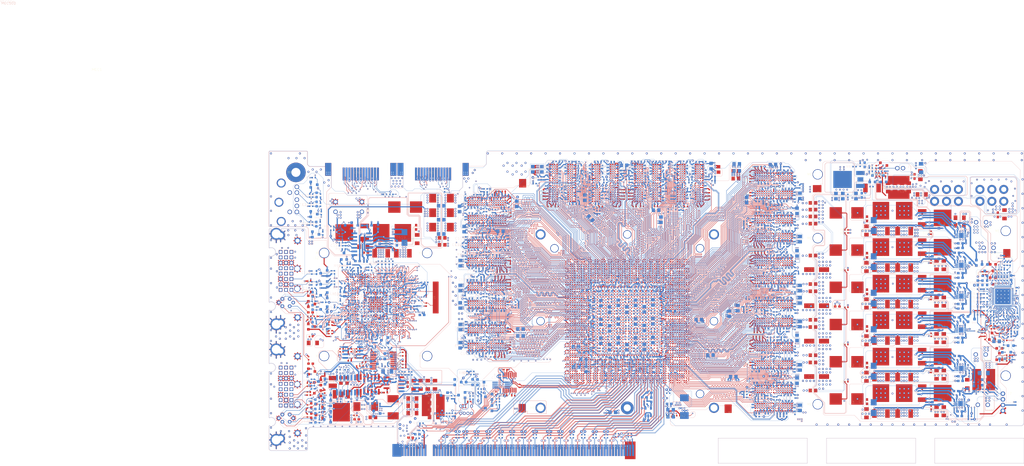
<source format=kicad_pcb>
(kicad_pcb (version 20211014) (generator pcbnew)

  (general
    (thickness 1.6)
  )

  (paper "A4")
  (layers
    (0 "F.Cu" signal)
    (31 "B.Cu" signal)
    (32 "B.Adhes" user "B.Adhesive")
    (33 "F.Adhes" user "F.Adhesive")
    (34 "B.Paste" user)
    (35 "F.Paste" user)
    (36 "B.SilkS" user "B.Silkscreen")
    (37 "F.SilkS" user "F.Silkscreen")
    (38 "B.Mask" user)
    (39 "F.Mask" user)
    (40 "Dwgs.User" user "User.Drawings")
    (41 "Cmts.User" user "User.Comments")
    (42 "Eco1.User" user "User.Eco1")
    (43 "Eco2.User" user "User.Eco2")
    (44 "Edge.Cuts" user)
    (45 "Margin" user)
    (46 "B.CrtYd" user "B.Courtyard")
    (47 "F.CrtYd" user "F.Courtyard")
    (48 "B.Fab" user)
    (49 "F.Fab" user)
    (50 "User.1" user)
    (51 "User.2" user)
    (52 "User.3" user)
    (53 "User.4" user)
    (54 "User.5" user)
    (55 "User.6" user)
    (56 "User.7" user)
    (57 "User.8" user)
    (58 "User.9" user)
  )

  (setup
    (pad_to_mask_clearance 0)
    (pcbplotparams
      (layerselection 0x00010fc_ffffffff)
      (disableapertmacros false)
      (usegerberextensions false)
      (usegerberattributes true)
      (usegerberadvancedattributes true)
      (creategerberjobfile true)
      (svguseinch false)
      (svgprecision 6)
      (excludeedgelayer true)
      (plotframeref false)
      (viasonmask false)
      (mode 1)
      (useauxorigin false)
      (hpglpennumber 1)
      (hpglpenspeed 20)
      (hpglpendiameter 15.000000)
      (dxfpolygonmode true)
      (dxfimperialunits true)
      (dxfusepcbnewfont true)
      (psnegative false)
      (psa4output false)
      (plotreference true)
      (plotvalue true)
      (plotinvisibletext false)
      (sketchpadsonfab false)
      (subtractmaskfromsilk false)
      (outputformat 1)
      (mirror false)
      (drillshape 1)
      (scaleselection 1)
      (outputdirectory "")
    )
  )

  (net 0 "")
  (net 1 "GND")
  (net 2 "INPUT_PEX6_IN1")
  (net 3 "SNN_INPUT_PEX6_DT1*")
  (net 4 "INPUT_PEX6_IN2")
  (net 5 "SNN_INPUT_PEX6_DT2*")
  (net 6 "PS1_1V15_PH")
  (net 7 "1V15")
  (net 8 "PS5_NVVDD_PHASE1")
  (net 9 "NVVDD")
  (net 10 "PS5_NVVDD_PHASE3")
  (net 11 "PS5_NVVDD_PHASE4")
  (net 12 "PS5_NVVDD_PHASE5")
  (net 13 "PS5_NVVDD_PHASE6")
  (net 14 "PS5_NVVDD_PHASE2")
  (net 15 "FBF_CMD<9>")
  (net 16 "FBF_CMD<25>")
  (net 17 "FBF_CMD<19>")
  (net 18 "FBF_CMD<27>")
  (net 19 "FBF_CMD<28>")
  (net 20 "FBF_CMD<26>")
  (net 21 "FBF_CMD<18>")
  (net 22 "FBF_CMD<21>")
  (net 23 "FBF_CMD<12>")
  (net 24 "FBF_CMD<23>")
  (net 25 "FBF_CMD<20>")
  (net 26 "FBF_CMD<24>")
  (net 27 "FBF_CMD<11>")
  (net 28 "FBF_CMD<15>")
  (net 29 "FBF_CMD<14>")
  (net 30 "FBF_CMD<16>")
  (net 31 "FBF_CMD<7>")
  (net 32 "FBF1_CLK0")
  (net 33 "FBF1_CLK0*")
  (net 34 "FBF_CMD<17>")
  (net 35 "FBVDDQ")
  (net 36 "FBF_CMD<8>")
  (net 37 "FBF_CMD<10>")
  (net 38 "SNN_FBF_NC04")
  (net 39 "FBF_CMD<13>")
  (net 40 "FBF_SEN2")
  (net 41 "FBF_VREF3")
  (net 42 "FBF_VREF4")
  (net 43 "FBF_CMD<6>")
  (net 44 "FBF_ZQ2")
  (net 45 "FBF_D<61>")
  (net 46 "FBF_D<63>")
  (net 47 "FBF_D<59>")
  (net 48 "FBF_D<60>")
  (net 49 "FBF_D<56>")
  (net 50 "FBF_D<58>")
  (net 51 "FBF_D<57>")
  (net 52 "FBF_D<62>")
  (net 53 "FBF_DQM7")
  (net 54 "FBF_DQS_RN7")
  (net 55 "FBF_DQS_WP7")
  (net 56 "FBF_D<32>")
  (net 57 "FBF_D<33>")
  (net 58 "FBF_D<35>")
  (net 59 "FBF_D<34>")
  (net 60 "FBF_D<37>")
  (net 61 "FBF_D<39>")
  (net 62 "FBF_D<36>")
  (net 63 "FBF_D<38>")
  (net 64 "FBF_DQM4")
  (net 65 "FBF_DQS_RN4")
  (net 66 "FBF_DQS_WP4")
  (net 67 "FBF_D<54>")
  (net 68 "FBF_D<55>")
  (net 69 "FBF_D<48>")
  (net 70 "FBF_D<53>")
  (net 71 "FBF_D<49>")
  (net 72 "FBF_D<52>")
  (net 73 "FBF_D<51>")
  (net 74 "FBF_D<50>")
  (net 75 "FBF_DQM6")
  (net 76 "FBF_DQS_RN6")
  (net 77 "FBF_DQS_WP6")
  (net 78 "FBF_D<45>")
  (net 79 "FBF_D<47>")
  (net 80 "FBF_D<46>")
  (net 81 "FBF_D<44>")
  (net 82 "FBF_D<40>")
  (net 83 "FBF_D<43>")
  (net 84 "FBF_D<42>")
  (net 85 "FBF_D<41>")
  (net 86 "FBF_DQM5")
  (net 87 "FBF_DQS_RN5")
  (net 88 "FBF_DQS_WP5")
  (net 89 "FBG_CMD<19>")
  (net 90 "FBG_CMD<21>")
  (net 91 "FBG_CMD<9>")
  (net 92 "FBG_CMD<20>")
  (net 93 "FBG_CMD<12>")
  (net 94 "FBG_CMD<5>")
  (net 95 "FBG_CMD<4>")
  (net 96 "FBG_CMD<3>")
  (net 97 "FBG_CMD<0>")
  (net 98 "FBG_CMD<2>")
  (net 99 "FBG_CMD<1>")
  (net 100 "FBG_CMD<18>")
  (net 101 "FBG_CMD<15>")
  (net 102 "FBG_CMD<11>")
  (net 103 "FBG_CMD<8>")
  (net 104 "FBG_CMD<17>")
  (net 105 "FBG_CMD<6>")
  (net 106 "FBG0_CLK0")
  (net 107 "FBG0_CLK0*")
  (net 108 "FBG_CMD<16>")
  (net 109 "FBG_CMD<14>")
  (net 110 "FBG_CMD<10>")
  (net 111 "SNN_FBG_NC01")
  (net 112 "FBG_CMD<13>")
  (net 113 "FBG_SEN1")
  (net 114 "FBG_VREF1")
  (net 115 "FBG_VREF2")
  (net 116 "FBG_CMD<7>")
  (net 117 "FBG_ZQ1")
  (net 118 "FBG_D<26>")
  (net 119 "FBG_D<24>")
  (net 120 "FBG_D<25>")
  (net 121 "FBG_D<27>")
  (net 122 "FBG_D<29>")
  (net 123 "FBG_D<28>")
  (net 124 "FBG_D<30>")
  (net 125 "FBG_D<31>")
  (net 126 "FBG_DQM3")
  (net 127 "FBG_DQS_RN3")
  (net 128 "FBG_DQS_WP3")
  (net 129 "FBG_D<1>")
  (net 130 "FBG_D<3>")
  (net 131 "FBG_D<0>")
  (net 132 "FBG_D<2>")
  (net 133 "FBG_D<7>")
  (net 134 "FBG_D<6>")
  (net 135 "FBG_D<4>")
  (net 136 "FBG_D<5>")
  (net 137 "FBG_DQM0")
  (net 138 "FBG_DQS_RN0")
  (net 139 "FBG_DQS_WP0")
  (net 140 "FBG_D<8>")
  (net 141 "FBG_D<10>")
  (net 142 "FBG_D<11>")
  (net 143 "FBG_D<9>")
  (net 144 "FBG_D<15>")
  (net 145 "FBG_D<12>")
  (net 146 "FBG_D<14>")
  (net 147 "FBG_D<13>")
  (net 148 "FBG_DQM1")
  (net 149 "FBG_DQS_RN1")
  (net 150 "FBG_DQS_WP1")
  (net 151 "FBG_D<21>")
  (net 152 "FBG_D<17>")
  (net 153 "FBG_D<22>")
  (net 154 "FBG_D<16>")
  (net 155 "FBG_D<19>")
  (net 156 "FBG_D<18>")
  (net 157 "FBG_D<23>")
  (net 158 "FBG_D<20>")
  (net 159 "FBG_DQM2")
  (net 160 "FBG_DQS_RN2")
  (net 161 "FBG_DQS_WP2")
  (net 162 "FBG_CMD<25>")
  (net 163 "FBG_CMD<27>")
  (net 164 "FBG_CMD<28>")
  (net 165 "FBG_CMD<26>")
  (net 166 "FBG_CMD<23>")
  (net 167 "FBG_CMD<24>")
  (net 168 "FBG1_CLK0")
  (net 169 "FBG1_CLK0*")
  (net 170 "SNN_FBG_NC04")
  (net 171 "FBG_SEN2")
  (net 172 "FBG_VREF3")
  (net 173 "FBG_VREF4")
  (net 174 "FBG_ZQ2")
  (net 175 "FBG_D<58>")
  (net 176 "FBG_D<63>")
  (net 177 "FBG_D<57>")
  (net 178 "FBG_D<62>")
  (net 179 "FBG_D<60>")
  (net 180 "FBG_D<56>")
  (net 181 "FBG_D<59>")
  (net 182 "FBG_D<61>")
  (net 183 "FBG_DQM7")
  (net 184 "FBG_DQS_RN7")
  (net 185 "FBG_DQS_WP7")
  (net 186 "FBG_D<51>")
  (net 187 "FBG_D<48>")
  (net 188 "FBG_D<50>")
  (net 189 "FBG_D<49>")
  (net 190 "FBG_D<53>")
  (net 191 "FBG_D<54>")
  (net 192 "FBG_D<52>")
  (net 193 "FBG_D<55>")
  (net 194 "FBG_DQM6")
  (net 195 "FBG_DQS_RN6")
  (net 196 "FBG_DQS_WP6")
  (net 197 "FBG_D<37>")
  (net 198 "FBG_D<39>")
  (net 199 "FBG_D<33>")
  (net 200 "FBG_D<36>")
  (net 201 "FBG_D<32>")
  (net 202 "FBG_D<34>")
  (net 203 "FBG_D<35>")
  (net 204 "FBG_D<38>")
  (net 205 "FBG_DQM4")
  (net 206 "FBG_DQS_RN4")
  (net 207 "FBG_DQS_WP4")
  (net 208 "FBG_D<46>")
  (net 209 "FBG_D<45>")
  (net 210 "FBG_D<44>")
  (net 211 "FBG_D<47>")
  (net 212 "FBG_D<40>")
  (net 213 "FBG_D<43>")
  (net 214 "FBG_D<41>")
  (net 215 "FBG_D<42>")
  (net 216 "FBG_DQM5")
  (net 217 "FBG_DQS_RN5")
  (net 218 "FBG_DQS_WP5")
  (net 219 "FBF_CMD<5>")
  (net 220 "FBF_CMD<4>")
  (net 221 "FBF_CMD<3>")
  (net 222 "FBF_CMD<0>")
  (net 223 "FBF_CMD<2>")
  (net 224 "FBF_CMD<1>")
  (net 225 "FBF0_CLK0")
  (net 226 "FBF0_CLK0*")
  (net 227 "SNN_FBF_NC01")
  (net 228 "FBF_SEN1")
  (net 229 "FBF_VREF1")
  (net 230 "FBF_VREF2")
  (net 231 "FBF_ZQ1")
  (net 232 "FBF_D<24>")
  (net 233 "FBF_D<27>")
  (net 234 "FBF_D<26>")
  (net 235 "FBF_D<25>")
  (net 236 "FBF_D<31>")
  (net 237 "FBF_D<29>")
  (net 238 "FBF_D<30>")
  (net 239 "FBF_D<28>")
  (net 240 "FBF_DQM3")
  (net 241 "FBF_DQS_RN3")
  (net 242 "FBF_DQS_WP3")
  (net 243 "FBF_D<0>")
  (net 244 "FBF_D<2>")
  (net 245 "FBF_D<3>")
  (net 246 "FBF_D<1>")
  (net 247 "FBF_D<5>")
  (net 248 "FBF_D<4>")
  (net 249 "FBF_D<6>")
  (net 250 "FBF_D<7>")
  (net 251 "FBF_DQM0")
  (net 252 "FBF_DQS_RN0")
  (net 253 "FBF_DQS_WP0")
  (net 254 "FBF_D<18>")
  (net 255 "FBF_D<20>")
  (net 256 "FBF_D<17>")
  (net 257 "FBF_D<16>")
  (net 258 "FBF_D<19>")
  (net 259 "FBF_D<21>")
  (net 260 "FBF_D<23>")
  (net 261 "FBF_D<22>")
  (net 262 "FBF_DQM2")
  (net 263 "FBF_DQS_RN2")
  (net 264 "FBF_DQS_WP2")
  (net 265 "FBF_D<14>")
  (net 266 "FBF_D<15>")
  (net 267 "FBF_D<12>")
  (net 268 "FBF_D<13>")
  (net 269 "FBF_D<10>")
  (net 270 "FBF_D<9>")
  (net 271 "FBF_D<11>")
  (net 272 "FBF_D<8>")
  (net 273 "FBF_DQM1")
  (net 274 "FBF_DQS_RN1")
  (net 275 "FBF_DQS_WP1")
  (net 276 "FBE_CMD<9>")
  (net 277 "FBE_CMD<25>")
  (net 278 "FBE_CMD<19>")
  (net 279 "FBE_CMD<27>")
  (net 280 "FBE_CMD<28>")
  (net 281 "FBE_CMD<26>")
  (net 282 "FBE_CMD<18>")
  (net 283 "FBE_CMD<21>")
  (net 284 "FBE_CMD<12>")
  (net 285 "FBE_CMD<23>")
  (net 286 "FBE_CMD<20>")
  (net 287 "FBE_CMD<24>")
  (net 288 "FBE_CMD<11>")
  (net 289 "FBE_CMD<15>")
  (net 290 "FBE_CMD<14>")
  (net 291 "FBE_CMD<16>")
  (net 292 "FBE_CMD<7>")
  (net 293 "FBE1_CLK0")
  (net 294 "FBE1_CLK0*")
  (net 295 "FBE_CMD<17>")
  (net 296 "FBE_CMD<8>")
  (net 297 "FBE_CMD<10>")
  (net 298 "SNN_FBE_NC04")
  (net 299 "FBE_CMD<13>")
  (net 300 "FBE_SEN2")
  (net 301 "FBE_VREF3")
  (net 302 "FBE_VREF4")
  (net 303 "FBE_CMD<6>")
  (net 304 "FBE_ZQ2")
  (net 305 "FBE_D<62>")
  (net 306 "FBE_D<63>")
  (net 307 "FBE_D<60>")
  (net 308 "FBE_D<61>")
  (net 309 "FBE_D<59>")
  (net 310 "FBE_D<58>")
  (net 311 "FBE_D<56>")
  (net 312 "FBE_D<57>")
  (net 313 "FBE_DQM7")
  (net 314 "FBE_DQS_RN7")
  (net 315 "FBE_DQS_WP7")
  (net 316 "FBE_D<35>")
  (net 317 "FBE_D<32>")
  (net 318 "FBE_D<34>")
  (net 319 "FBE_D<33>")
  (net 320 "FBE_D<38>")
  (net 321 "FBE_D<39>")
  (net 322 "FBE_D<36>")
  (net 323 "FBE_D<37>")
  (net 324 "FBE_DQM4")
  (net 325 "FBE_DQS_RN4")
  (net 326 "FBE_DQS_WP4")
  (net 327 "FBE_D<49>")
  (net 328 "FBE_D<48>")
  (net 329 "FBE_D<50>")
  (net 330 "FBE_D<51>")
  (net 331 "FBE_D<53>")
  (net 332 "FBE_D<55>")
  (net 333 "FBE_D<54>")
  (net 334 "FBE_D<52>")
  (net 335 "FBE_DQM6")
  (net 336 "FBE_DQS_RN6")
  (net 337 "FBE_DQS_WP6")
  (net 338 "FBE_D<45>")
  (net 339 "FBE_D<47>")
  (net 340 "FBE_D<44>")
  (net 341 "FBE_D<46>")
  (net 342 "FBE_D<42>")
  (net 343 "FBE_D<40>")
  (net 344 "FBE_D<43>")
  (net 345 "FBE_D<41>")
  (net 346 "FBE_DQM5")
  (net 347 "FBE_DQS_RN5")
  (net 348 "FBE_DQS_WP5")
  (net 349 "FBE_CMD<5>")
  (net 350 "FBE_CMD<4>")
  (net 351 "FBE_CMD<3>")
  (net 352 "FBE_CMD<0>")
  (net 353 "FBE_CMD<2>")
  (net 354 "FBE_CMD<1>")
  (net 355 "FBE0_CLK0")
  (net 356 "FBE0_CLK0*")
  (net 357 "SNN_FBE_NC01")
  (net 358 "FBE_SEN1")
  (net 359 "FBE_VREF1")
  (net 360 "FBE_VREF2")
  (net 361 "FBE_ZQ1")
  (net 362 "FBE_D<17>")
  (net 363 "FBE_D<18>")
  (net 364 "FBE_D<16>")
  (net 365 "FBE_D<19>")
  (net 366 "FBE_D<21>")
  (net 367 "FBE_D<23>")
  (net 368 "FBE_D<22>")
  (net 369 "FBE_D<20>")
  (net 370 "FBE_DQM2")
  (net 371 "FBE_DQS_RN2")
  (net 372 "FBE_DQS_WP2")
  (net 373 "FBE_D<3>")
  (net 374 "FBE_D<4>")
  (net 375 "FBE_D<1>")
  (net 376 "FBE_D<2>")
  (net 377 "FBE_D<0>")
  (net 378 "FBE_D<5>")
  (net 379 "FBE_D<7>")
  (net 380 "FBE_D<6>")
  (net 381 "FBE_DQM0")
  (net 382 "FBE_DQS_RN0")
  (net 383 "FBE_DQS_WP0")
  (net 384 "FBE_D<10>")
  (net 385 "FBE_D<11>")
  (net 386 "FBE_D<8>")
  (net 387 "FBE_D<9>")
  (net 388 "FBE_D<12>")
  (net 389 "FBE_D<13>")
  (net 390 "FBE_D<15>")
  (net 391 "FBE_D<14>")
  (net 392 "FBE_DQM1")
  (net 393 "FBE_DQS_RN1")
  (net 394 "FBE_DQS_WP1")
  (net 395 "FBE_D<25>")
  (net 396 "FBE_D<27>")
  (net 397 "FBE_D<26>")
  (net 398 "FBE_D<24>")
  (net 399 "FBE_D<28>")
  (net 400 "FBE_D<31>")
  (net 401 "FBE_D<30>")
  (net 402 "FBE_D<29>")
  (net 403 "FBE_DQM3")
  (net 404 "FBE_DQS_RN3")
  (net 405 "FBE_DQS_WP3")
  (net 406 "FBD_CMD<9>")
  (net 407 "FBD_CMD<25>")
  (net 408 "FBD_CMD<19>")
  (net 409 "FBD_CMD<27>")
  (net 410 "FBD_CMD<28>")
  (net 411 "FBD_CMD<26>")
  (net 412 "FBD_CMD<18>")
  (net 413 "FBD_CMD<21>")
  (net 414 "FBD_CMD<12>")
  (net 415 "FBD_CMD<23>")
  (net 416 "FBD_CMD<20>")
  (net 417 "FBD_CMD<24>")
  (net 418 "FBD_CMD<11>")
  (net 419 "FBD_CMD<15>")
  (net 420 "FBD_CMD<14>")
  (net 421 "FBD_CMD<16>")
  (net 422 "FBD_CMD<7>")
  (net 423 "FBD1_CLK0")
  (net 424 "FBD1_CLK0*")
  (net 425 "FBD_CMD<17>")
  (net 426 "FBD_CMD<8>")
  (net 427 "FBD_CMD<10>")
  (net 428 "SNN_FBD_NC04")
  (net 429 "FBD_CMD<13>")
  (net 430 "FBD_SEN2")
  (net 431 "FBD_VREF3")
  (net 432 "FBD_VREF4")
  (net 433 "FBD_CMD<6>")
  (net 434 "FBD_ZQ2")
  (net 435 "FBD_D<63>")
  (net 436 "FBD_D<58>")
  (net 437 "FBD_D<60>")
  (net 438 "FBD_D<59>")
  (net 439 "FBD_D<56>")
  (net 440 "FBD_D<61>")
  (net 441 "FBD_D<57>")
  (net 442 "FBD_D<62>")
  (net 443 "FBD_DQM7")
  (net 444 "FBD_DQS_RN7")
  (net 445 "FBD_DQS_WP7")
  (net 446 "FBD_D<34>")
  (net 447 "FBD_D<35>")
  (net 448 "FBD_D<32>")
  (net 449 "FBD_D<33>")
  (net 450 "FBD_D<39>")
  (net 451 "FBD_D<38>")
  (net 452 "FBD_D<36>")
  (net 453 "FBD_D<37>")
  (net 454 "FBD_DQM4")
  (net 455 "FBD_DQS_RN4")
  (net 456 "FBD_DQS_WP4")
  (net 457 "FBD_D<42>")
  (net 458 "FBD_D<43>")
  (net 459 "FBD_D<41>")
  (net 460 "FBD_D<40>")
  (net 461 "FBD_D<44>")
  (net 462 "FBD_D<47>")
  (net 463 "FBD_D<46>")
  (net 464 "FBD_D<45>")
  (net 465 "FBD_DQM5")
  (net 466 "FBD_DQS_RN5")
  (net 467 "FBD_DQS_WP5")
  (net 468 "FBD_D<54>")
  (net 469 "FBD_D<50>")
  (net 470 "FBD_D<48>")
  (net 471 "FBD_D<51>")
  (net 472 "FBD_D<53>")
  (net 473 "FBD_D<52>")
  (net 474 "FBD_D<55>")
  (net 475 "FBD_D<49>")
  (net 476 "FBD_DQM6")
  (net 477 "FBD_DQS_RN6")
  (net 478 "FBD_DQS_WP6")
  (net 479 "FBD_CMD<5>")
  (net 480 "FBD_CMD<4>")
  (net 481 "FBD_CMD<3>")
  (net 482 "FBD_CMD<0>")
  (net 483 "FBD_CMD<2>")
  (net 484 "FBD_CMD<1>")
  (net 485 "FBD0_CLK0")
  (net 486 "FBD0_CLK0*")
  (net 487 "SNN_FBD_NC01")
  (net 488 "FBD_SEN1")
  (net 489 "FBD_VREF1")
  (net 490 "FBD_VREF2")
  (net 491 "FBD_ZQ1")
  (net 492 "FBD_D<16>")
  (net 493 "FBD_D<18>")
  (net 494 "FBD_D<17>")
  (net 495 "FBD_D<19>")
  (net 496 "FBD_D<22>")
  (net 497 "FBD_D<23>")
  (net 498 "FBD_D<21>")
  (net 499 "FBD_D<20>")
  (net 500 "FBD_DQM2")
  (net 501 "FBD_DQS_RN2")
  (net 502 "FBD_DQS_WP2")
  (net 503 "FBD_D<3>")
  (net 504 "FBD_D<2>")
  (net 505 "FBD_D<1>")
  (net 506 "FBD_D<0>")
  (net 507 "FBD_D<6>")
  (net 508 "FBD_D<7>")
  (net 509 "FBD_D<4>")
  (net 510 "FBD_D<5>")
  (net 511 "FBD_DQM0")
  (net 512 "FBD_DQS_RN0")
  (net 513 "FBD_DQS_WP0")
  (net 514 "FBD_D<25>")
  (net 515 "FBD_D<24>")
  (net 516 "FBD_D<27>")
  (net 517 "FBD_D<26>")
  (net 518 "FBD_D<28>")
  (net 519 "FBD_D<30>")
  (net 520 "FBD_D<29>")
  (net 521 "FBD_D<31>")
  (net 522 "FBD_DQM3")
  (net 523 "FBD_DQS_RN3")
  (net 524 "FBD_DQS_WP3")
  (net 525 "FBD_D<9>")
  (net 526 "FBD_D<8>")
  (net 527 "FBD_D<11>")
  (net 528 "FBD_D<10>")
  (net 529 "FBD_D<14>")
  (net 530 "FBD_D<15>")
  (net 531 "FBD_D<12>")
  (net 532 "FBD_D<13>")
  (net 533 "FBD_DQM1")
  (net 534 "FBD_DQS_RN1")
  (net 535 "FBD_DQS_WP1")
  (net 536 "FBC_CMD<9>")
  (net 537 "FBC_CMD<25>")
  (net 538 "FBC_CMD<19>")
  (net 539 "FBC_CMD<27>")
  (net 540 "FBC_CMD<28>")
  (net 541 "FBC_CMD<26>")
  (net 542 "FBC_CMD<18>")
  (net 543 "FBC_CMD<21>")
  (net 544 "FBC_CMD<12>")
  (net 545 "FBC_CMD<23>")
  (net 546 "FBC_CMD<20>")
  (net 547 "FBC_CMD<24>")
  (net 548 "FBC_CMD<11>")
  (net 549 "FBC_CMD<15>")
  (net 550 "FBC_CMD<14>")
  (net 551 "FBC_CMD<16>")
  (net 552 "FBC_CMD<7>")
  (net 553 "FBC1_CLK0")
  (net 554 "FBC1_CLK0*")
  (net 555 "FBC_CMD<17>")
  (net 556 "FBC_CMD<8>")
  (net 557 "FBC_CMD<10>")
  (net 558 "SNN_FBC_NC04")
  (net 559 "FBC_CMD<13>")
  (net 560 "FBC_SEN2")
  (net 561 "FBC_VREF3")
  (net 562 "FBC_VREF4")
  (net 563 "FBC_CMD<6>")
  (net 564 "FBC_ZQ2")
  (net 565 "FBC_D<63>")
  (net 566 "FBC_D<61>")
  (net 567 "FBC_D<62>")
  (net 568 "FBC_D<60>")
  (net 569 "FBC_D<57>")
  (net 570 "FBC_D<56>")
  (net 571 "FBC_D<59>")
  (net 572 "FBC_D<58>")
  (net 573 "FBC_DQM7")
  (net 574 "FBC_DQS_RN7")
  (net 575 "FBC_DQS_WP7")
  (net 576 "FBC_D<34>")
  (net 577 "FBC_D<33>")
  (net 578 "FBC_D<35>")
  (net 579 "FBC_D<32>")
  (net 580 "FBC_D<37>")
  (net 581 "FBC_D<36>")
  (net 582 "FBC_D<38>")
  (net 583 "FBC_D<39>")
  (net 584 "FBC_DQM4")
  (net 585 "FBC_DQS_RN4")
  (net 586 "FBC_DQS_WP4")
  (net 587 "FBC_D<49>")
  (net 588 "FBC_D<48>")
  (net 589 "FBC_D<52>")
  (net 590 "FBC_D<51>")
  (net 591 "FBC_D<50>")
  (net 592 "FBC_D<55>")
  (net 593 "FBC_D<53>")
  (net 594 "FBC_D<54>")
  (net 595 "FBC_DQM6")
  (net 596 "FBC_DQS_RN6")
  (net 597 "FBC_DQS_WP6")
  (net 598 "FBC_D<46>")
  (net 599 "FBC_D<45>")
  (net 600 "FBC_D<44>")
  (net 601 "FBC_D<41>")
  (net 602 "FBC_D<42>")
  (net 603 "FBC_D<40>")
  (net 604 "FBC_D<47>")
  (net 605 "FBC_D<43>")
  (net 606 "FBC_DQM5")
  (net 607 "FBC_DQS_RN5")
  (net 608 "FBC_DQS_WP5")
  (net 609 "FBC_CMD<5>")
  (net 610 "FBC_CMD<4>")
  (net 611 "FBC_CMD<3>")
  (net 612 "FBC_CMD<0>")
  (net 613 "FBC_CMD<2>")
  (net 614 "FBC_CMD<1>")
  (net 615 "FBC0_CLK0")
  (net 616 "FBC0_CLK0*")
  (net 617 "SNN_FBC_NC01")
  (net 618 "FBC_SEN1")
  (net 619 "FBC_VREF1")
  (net 620 "FBC_VREF2")
  (net 621 "FBC_ZQ1")
  (net 622 "FBC_D<18>")
  (net 623 "FBC_D<17>")
  (net 624 "FBC_D<16>")
  (net 625 "FBC_D<23>")
  (net 626 "FBC_D<21>")
  (net 627 "FBC_D<20>")
  (net 628 "FBC_D<22>")
  (net 629 "FBC_D<19>")
  (net 630 "FBC_DQM2")
  (net 631 "FBC_DQS_RN2")
  (net 632 "FBC_DQS_WP2")
  (net 633 "FBC_D<6>")
  (net 634 "FBC_D<7>")
  (net 635 "FBC_D<0>")
  (net 636 "FBC_D<4>")
  (net 637 "FBC_D<1>")
  (net 638 "FBC_D<3>")
  (net 639 "FBC_D<5>")
  (net 640 "FBC_D<2>")
  (net 641 "FBC_DQM0")
  (net 642 "FBC_DQS_RN0")
  (net 643 "FBC_DQS_WP0")
  (net 644 "FBC_D<12>")
  (net 645 "FBC_D<8>")
  (net 646 "FBC_D<10>")
  (net 647 "FBC_D<9>")
  (net 648 "FBC_D<11>")
  (net 649 "FBC_D<14>")
  (net 650 "FBC_D<15>")
  (net 651 "FBC_D<13>")
  (net 652 "FBC_DQM1")
  (net 653 "FBC_DQS_RN1")
  (net 654 "FBC_DQS_WP1")
  (net 655 "FBC_D<25>")
  (net 656 "FBC_D<24>")
  (net 657 "FBC_D<28>")
  (net 658 "FBC_D<26>")
  (net 659 "FBC_D<30>")
  (net 660 "FBC_D<29>")
  (net 661 "FBC_D<31>")
  (net 662 "FBC_D<27>")
  (net 663 "FBC_DQM3")
  (net 664 "FBC_DQS_RN3")
  (net 665 "FBC_DQS_WP3")
  (net 666 "FBB_CMD<9>")
  (net 667 "FBB_CMD<25>")
  (net 668 "FBB_CMD<19>")
  (net 669 "FBB_CMD<27>")
  (net 670 "FBB_CMD<28>")
  (net 671 "FBB_CMD<26>")
  (net 672 "FBB_CMD<18>")
  (net 673 "FBB_CMD<21>")
  (net 674 "FBB_CMD<12>")
  (net 675 "FBB_CMD<23>")
  (net 676 "FBB_CMD<20>")
  (net 677 "FBB_CMD<24>")
  (net 678 "FBB_CMD<11>")
  (net 679 "FBB_CMD<15>")
  (net 680 "FBB_CMD<14>")
  (net 681 "FBB_CMD<16>")
  (net 682 "FBB_CMD<7>")
  (net 683 "FBB1_CLK0")
  (net 684 "FBB1_CLK0*")
  (net 685 "FBB_CMD<17>")
  (net 686 "FBB_CMD<8>")
  (net 687 "FBB_CMD<10>")
  (net 688 "SNN_FBB_NC04")
  (net 689 "FBB_CMD<13>")
  (net 690 "FBB_SEN2")
  (net 691 "FBB_VREF3")
  (net 692 "FBB_VREF4")
  (net 693 "FBB_CMD<6>")
  (net 694 "FBB_ZQ2")
  (net 695 "FBB_D<62>")
  (net 696 "FBB_D<63>")
  (net 697 "FBB_D<61>")
  (net 698 "FBB_D<60>")
  (net 699 "FBB_D<58>")
  (net 700 "FBB_D<56>")
  (net 701 "FBB_D<59>")
  (net 702 "FBB_D<57>")
  (net 703 "FBB_DQM7")
  (net 704 "FBB_DQS_RN7")
  (net 705 "FBB_DQS_WP7")
  (net 706 "FBB_D<32>")
  (net 707 "FBB_D<33>")
  (net 708 "FBB_D<35>")
  (net 709 "FBB_D<34>")
  (net 710 "FBB_D<38>")
  (net 711 "FBB_D<39>")
  (net 712 "FBB_D<36>")
  (net 713 "FBB_D<37>")
  (net 714 "FBB_DQM4")
  (net 715 "FBB_DQS_RN4")
  (net 716 "FBB_DQS_WP4")
  (net 717 "FBB_D<40>")
  (net 718 "FBB_D<42>")
  (net 719 "FBB_D<41>")
  (net 720 "FBB_D<43>")
  (net 721 "FBB_D<45>")
  (net 722 "FBB_D<46>")
  (net 723 "FBB_D<44>")
  (net 724 "FBB_D<47>")
  (net 725 "FBB_DQM5")
  (net 726 "FBB_DQS_RN5")
  (net 727 "FBB_DQS_WP5")
  (net 728 "FBB_D<54>")
  (net 729 "FBB_D<55>")
  (net 730 "FBB_D<52>")
  (net 731 "FBB_D<53>")
  (net 732 "FBB_D<48>")
  (net 733 "FBB_D<51>")
  (net 734 "FBB_D<50>")
  (net 735 "FBB_D<49>")
  (net 736 "FBB_DQM6")
  (net 737 "FBB_DQS_RN6")
  (net 738 "FBB_DQS_WP6")
  (net 739 "FBB_CMD<5>")
  (net 740 "FBB_CMD<4>")
  (net 741 "FBB_CMD<3>")
  (net 742 "FBB_CMD<0>")
  (net 743 "FBB_CMD<2>")
  (net 744 "FBB_CMD<1>")
  (net 745 "FBB0_CLK0")
  (net 746 "FBB0_CLK0*")
  (net 747 "SNN_FBB_NC01")
  (net 748 "FBB_SEN1")
  (net 749 "FBB_VREF1")
  (net 750 "FBB_VREF2")
  (net 751 "FBB_ZQ1")
  (net 752 "FBB_D<16>")
  (net 753 "FBB_D<17>")
  (net 754 "FBB_D<18>")
  (net 755 "FBB_D<19>")
  (net 756 "FBB_D<20>")
  (net 757 "FBB_D<22>")
  (net 758 "FBB_D<21>")
  (net 759 "FBB_D<23>")
  (net 760 "FBB_DQM2")
  (net 761 "FBB_DQS_RN2")
  (net 762 "FBB_DQS_WP2")
  (net 763 "FBB_D<0>")
  (net 764 "FBB_D<6>")
  (net 765 "FBB_D<1>")
  (net 766 "FBB_D<5>")
  (net 767 "FBB_D<2>")
  (net 768 "FBB_D<4>")
  (net 769 "FBB_D<3>")
  (net 770 "FBB_D<7>")
  (net 771 "FBB_DQM0")
  (net 772 "FBB_DQS_RN0")
  (net 773 "FBB_DQS_WP0")
  (net 774 "FBB_D<25>")
  (net 775 "FBB_D<26>")
  (net 776 "FBB_D<28>")
  (net 777 "FBB_D<27>")
  (net 778 "FBB_D<24>")
  (net 779 "FBB_D<31>")
  (net 780 "FBB_D<29>")
  (net 781 "FBB_D<30>")
  (net 782 "FBB_DQM3")
  (net 783 "FBB_DQS_RN3")
  (net 784 "FBB_DQS_WP3")
  (net 785 "FBB_D<12>")
  (net 786 "FBB_D<8>")
  (net 787 "FBB_D<9>")
  (net 788 "FBB_D<10>")
  (net 789 "FBB_D<13>")
  (net 790 "FBB_D<14>")
  (net 791 "FBB_D<15>")
  (net 792 "FBB_D<11>")
  (net 793 "FBB_DQM1")
  (net 794 "FBB_DQS_RN1")
  (net 795 "FBB_DQS_WP1")
  (net 796 "FBA_CMD<25>")
  (net 797 "FBA_CMD<19>")
  (net 798 "FBA_CMD<27>")
  (net 799 "FBA_CMD<28>")
  (net 800 "FBA_CMD<26>")
  (net 801 "FBA_CMD<18>")
  (net 802 "FBA_CMD<21>")
  (net 803 "FBA_CMD<12>")
  (net 804 "FBA_CMD<23>")
  (net 805 "FBA_CMD<20>")
  (net 806 "FBA_CMD<9>")
  (net 807 "FBA_CMD<24>")
  (net 808 "FBA_CMD<11>")
  (net 809 "FBA_CMD<15>")
  (net 810 "FBA_CMD<14>")
  (net 811 "FBA_CMD<16>")
  (net 812 "FBA_CMD<7>")
  (net 813 "FBA1_CLK0")
  (net 814 "FBA1_CLK0*")
  (net 815 "FBA_CMD<17>")
  (net 816 "FBA_CMD<13>")
  (net 817 "FBA_CMD<8>")
  (net 818 "FBA_CMD<10>")
  (net 819 "SNN_FBA_NC04")
  (net 820 "FBA_SEN2")
  (net 821 "FBA_VREF3")
  (net 822 "FBA_VREF4")
  (net 823 "FBA_CMD<6>")
  (net 824 "FBA_ZQ2")
  (net 825 "FBA_D<48>")
  (net 826 "FBA_D<50>")
  (net 827 "FBA_D<53>")
  (net 828 "FBA_D<52>")
  (net 829 "FBA_D<49>")
  (net 830 "FBA_D<55>")
  (net 831 "FBA_D<51>")
  (net 832 "FBA_D<54>")
  (net 833 "FBA_DQM6")
  (net 834 "FBA_DQS_RN6")
  (net 835 "FBA_DQS_WP6")
  (net 836 "FBA_D<46>")
  (net 837 "FBA_D<44>")
  (net 838 "FBA_D<45>")
  (net 839 "FBA_D<47>")
  (net 840 "FBA_D<42>")
  (net 841 "FBA_D<41>")
  (net 842 "FBA_D<43>")
  (net 843 "FBA_D<40>")
  (net 844 "FBA_DQM5")
  (net 845 "FBA_DQS_RN5")
  (net 846 "FBA_DQS_WP5")
  (net 847 "FBA_D<35>")
  (net 848 "FBA_D<32>")
  (net 849 "FBA_D<34>")
  (net 850 "FBA_D<33>")
  (net 851 "FBA_D<38>")
  (net 852 "FBA_D<39>")
  (net 853 "FBA_D<36>")
  (net 854 "FBA_D<37>")
  (net 855 "FBA_DQM4")
  (net 856 "FBA_DQS_RN4")
  (net 857 "FBA_DQS_WP4")
  (net 858 "FBA_D<63>")
  (net 859 "FBA_D<62>")
  (net 860 "FBA_D<61>")
  (net 861 "FBA_D<60>")
  (net 862 "FBA_D<56>")
  (net 863 "FBA_D<59>")
  (net 864 "FBA_D<57>")
  (net 865 "FBA_D<58>")
  (net 866 "FBA_DQM7")
  (net 867 "FBA_DQS_RN7")
  (net 868 "FBA_DQS_WP7")
  (net 869 "FBA_CMD<5>")
  (net 870 "FBA_CMD<4>")
  (net 871 "FBA_CMD<3>")
  (net 872 "FBA_CMD<0>")
  (net 873 "FBA_CMD<2>")
  (net 874 "FBA_CMD<1>")
  (net 875 "FBA0_CLK0")
  (net 876 "FBA0_CLK0*")
  (net 877 "SNN_FBA_NC01")
  (net 878 "FBA_SEN1")
  (net 879 "FBA_VREF1")
  (net 880 "FBA_VREF2")
  (net 881 "FBA_ZQ1")
  (net 882 "FBA_D<28>")
  (net 883 "FBA_D<30>")
  (net 884 "FBA_D<27>")
  (net 885 "FBA_D<31>")
  (net 886 "FBA_D<25>")
  (net 887 "FBA_D<26>")
  (net 888 "FBA_D<29>")
  (net 889 "FBA_D<24>")
  (net 890 "FBA_DQM3")
  (net 891 "FBA_DQS_RN3")
  (net 892 "FBA_DQS_WP3")
  (net 893 "FBA_D<13>")
  (net 894 "FBA_D<12>")
  (net 895 "FBA_D<9>")
  (net 896 "FBA_D<8>")
  (net 897 "FBA_D<14>")
  (net 898 "FBA_D<11>")
  (net 899 "FBA_D<15>")
  (net 900 "FBA_D<10>")
  (net 901 "FBA_DQM1")
  (net 902 "FBA_DQS_RN1")
  (net 903 "FBA_DQS_WP1")
  (net 904 "FBA_D<0>")
  (net 905 "FBA_D<1>")
  (net 906 "FBA_D<3>")
  (net 907 "FBA_D<2>")
  (net 908 "FBA_D<4>")
  (net 909 "FBA_D<7>")
  (net 910 "FBA_D<5>")
  (net 911 "FBA_D<6>")
  (net 912 "FBA_DQM0")
  (net 913 "FBA_DQS_RN0")
  (net 914 "FBA_DQS_WP0")
  (net 915 "FBA_D<17>")
  (net 916 "FBA_D<16>")
  (net 917 "FBA_D<19>")
  (net 918 "FBA_D<18>")
  (net 919 "FBA_D<23>")
  (net 920 "FBA_D<22>")
  (net 921 "FBA_D<21>")
  (net 922 "FBA_D<20>")
  (net 923 "FBA_DQM2")
  (net 924 "FBA_DQS_RN2")
  (net 925 "FBA_DQS_WP2")
  (net 926 "PS5_NVVDD_CP")
  (net 927 "NET0001")
  (net 928 "PS5_NVVDD_VAMP_CSREF")
  (net 929 "PS5_NVVDD_VAMP_CSSUM")
  (net 930 "PS5_NVVDD_EN")
  (net 931 "PS5_NVVDD_FB")
  (net 932 "PS5_NVVDD_FBRTN")
  (net 933 "PS5_NVVDD_SET_ILIMFS")
  (net 934 "PS5_NVVDD_SET_IMON")
  (net 935 "PS5_NVVDD_IDES")
  (net 936 "PS5_NVVDD_SET_LSSET")
  (net 937 "SNN_PS5_NVVDD_PIN1")
  (net 938 "SNN_PS5_NVVDD_PIN3")
  (net 939 "SNN_PS5_NVVDD_PIN2")
  (net 940 "SNN_PS5_NVVDD_PIN4")
  (net 941 "PS5_NVVDD_DRV_OD1")
  (net 942 "PS5_NVVDD_DRV_ODN")
  (net 943 "NET0002")
  (net 944 "NET0003")
  (net 945 "PS5_NVVDD_PWM1")
  (net 946 "PS5_NVVDD_PWM2")
  (net 947 "PS5_NVVDD_PWM3")
  (net 948 "PS5_NVVDD_PWM4")
  (net 949 "PS5_NVVDD_PWM5")
  (net 950 "PS5_NVVDD_PWM6")
  (net 951 "PS5_NVVDD_PGOOD")
  (net 952 "NET0004")
  (net 953 "PS5_NVVDD_FS")
  (net 954 "PS5_NVVDD_ISEN1")
  (net 955 "PS5_NVVDD_ISEN2")
  (net 956 "PS5_NVVDD_ISEN3")
  (net 957 "PS5_NVVDD_ISEN4")
  (net 958 "PS5_NVVDD_ISEN5")
  (net 959 "PS5_NVVDD_ISEN6")
  (net 960 "PS5_NVVDD_SET_TRDET")
  (net 961 "NET0005")
  (net 962 "PS5_NVVDD_VCC")
  (net 963 "PS5_NVVDD_VCC_VCC3")
  (net 964 "PS5_NVVDD_VID0")
  (net 965 "PS5_NVVDD_VID1")
  (net 966 "PS5_NVVDD_VID2")
  (net 967 "PS5_NVVDD_VID3")
  (net 968 "PS5_NVVDD_VID4")
  (net 969 "SNN_PS5_NVVDD_VID5")
  (net 970 "PS5_NVVDD_VID6")
  (net 971 "SNN_PS5_NVVDD_VID7")
  (net 972 "SNN_PS5_NVVDD_VRHOT")
  (net 973 "GPIO9_THERM_ALERT*")
  (net 974 "THERM_DP")
  (net 975 "THERM_DN")
  (net 976 "I2C3_SCL_R")
  (net 977 "I2C3_SDA_R")
  (net 978 "THERM_SHDN*")
  (net 979 "THERM_VDD")
  (net 980 "NET0006")
  (net 981 "12V_PEX6_F1")
  (net 982 "PS5_NVVDD_UG1_R")
  (net 983 "12V_PEX6_F2")
  (net 984 "PS5_NVVDD_UG3_R")
  (net 985 "PS5_NVVDD_UG4_R")
  (net 986 "PS5_NVVDD_UG5_R")
  (net 987 "PS5_NVVDD_UG6_R")
  (net 988 "PS5_NVVDD_UG2_R")
  (net 989 "PS3_FBVDDQ_PHASE")
  (net 990 "PS3_FBVDDQ_LG_G")
  (net 991 "12V_F")
  (net 992 "PS3_FBVDDQ_UG_R")
  (net 993 "PS5_NVVDD_LG1_AC")
  (net 994 "PS5_NVVDD_LG2_AC")
  (net 995 "PS5_NVVDD_LG3_AC")
  (net 996 "PS5_NVVDD_LG4_AC")
  (net 997 "PS5_NVVDD_LG5_AC")
  (net 998 "PS5_NVVDD_LG6_AC")
  (net 999 "NVVDD_SENSE_R")
  (net 1000 "12V")
  (net 1001 "5V_INPUT")
  (net 1002 "PS5_NVVDD_BOOT4_RC")
  (net 1003 "PS5_NVVDD_BOOT3_RC")
  (net 1004 "PS5_NVVDD_BOOT5_RC")
  (net 1005 "PS5_NVVDD_BOOT6_RC")
  (net 1006 "PS5_NVVDD_BOOT1_RC")
  (net 1007 "PS5_NVVDD_BOOT2_RC")
  (net 1008 "ROM_CS*")
  (net 1009 "3V3")
  (net 1010 "STRAP0")
  (net 1011 "STRAP1")
  (net 1012 "STRAP2")
  (net 1013 "PS5_NVVDD_BOOT1")
  (net 1014 "PS5_NVVDD_UG1")
  (net 1015 "PS5_NVVDD_LG1")
  (net 1016 "12V_PH1")
  (net 1017 "PS5_NVVDD_BOOT2")
  (net 1018 "PS5_NVVDD_UG2")
  (net 1019 "PS5_NVVDD_LG2")
  (net 1020 "12V_PH2")
  (net 1021 "PS5_NVVDD_BOOT3")
  (net 1022 "PS5_NVVDD_UG3")
  (net 1023 "PS5_NVVDD_LG3")
  (net 1024 "PS5_NVVDD_DRV_PHASE3")
  (net 1025 "12V_PH3")
  (net 1026 "PS5_NVVDD_BOOT4")
  (net 1027 "PS5_NVVDD_UG4")
  (net 1028 "PS5_NVVDD_LG4")
  (net 1029 "PS5_NVVDD_DRV_PHASE4")
  (net 1030 "12V_PH4")
  (net 1031 "PS5_NVVDD_BOOT5")
  (net 1032 "PS5_NVVDD_UG5")
  (net 1033 "PS5_NVVDD_LG5")
  (net 1034 "12V_PH5")
  (net 1035 "PS5_NVVDD_BOOT6")
  (net 1036 "PS5_NVVDD_UG6")
  (net 1037 "PS5_NVVDD_LG6")
  (net 1038 "12V_PH6")
  (net 1039 "PS5_NVVDD_CP_RC")
  (net 1040 "PS3_FBVDDQ_BOOT")
  (net 1041 "NET0007")
  (net 1042 "NET0008")
  (net 1043 "PS5_NVVDD_VIN_PWM")
  (net 1044 "12V_PS3_R")
  (net 1045 "PS3_PVCC5_DRV")
  (net 1046 "PS3_VCC5")
  (net 1047 "PS1_PVCC5")
  (net 1048 "PS1_VCC5")
  (net 1049 "PS1_VCC12")
  (net 1050 "GPU_RST*")
  (net 1051 "GPU_RST_R*")
  (net 1052 "IFP_IOVDD_EN")
  (net 1053 "IFP_IOVDD")
  (net 1054 "PS3_FBVDDQ_CP_RC")
  (net 1055 "PS3_FBVDDQ_FB")
  (net 1056 "FB_CAL_PD_VDDQ")
  (net 1057 "PS3_FS_DIS")
  (net 1058 "XTAL_OUT")
  (net 1059 "XTAL_IN")
  (net 1060 "DRB_CLK")
  (net 1061 "DRB_D0")
  (net 1062 "DRB_D10")
  (net 1063 "DRB_D11")
  (net 1064 "DRB_D1")
  (net 1065 "DRB_D2")
  (net 1066 "DRB_D3")
  (net 1067 "DRB_D4")
  (net 1068 "DRB_D5")
  (net 1069 "DRB_D6")
  (net 1070 "DRB_D7")
  (net 1071 "DRB_D8")
  (net 1072 "DRB_D9")
  (net 1073 "DRB_CMD")
  (net 1074 "NVIO_EXT_REFCLKB_R")
  (net 1075 "GPIO14_RASTERSYNC2_R")
  (net 1076 "DRB_D13")
  (net 1077 "DRB_D14")
  (net 1078 "DRB_D12")
  (net 1079 "GPIO15_SWAPRDY")
  (net 1080 "DRA_CLK")
  (net 1081 "DRA_D0")
  (net 1082 "DRA_D10")
  (net 1083 "DRA_D11")
  (net 1084 "DRA_D1")
  (net 1085 "DRA_D2")
  (net 1086 "DRA_D3")
  (net 1087 "DRA_D4")
  (net 1088 "DRA_D5")
  (net 1089 "DRA_D6")
  (net 1090 "DRA_D7")
  (net 1091 "DRA_D8")
  (net 1092 "DRA_D9")
  (net 1093 "DRA_CMD")
  (net 1094 "NVIO_EXT_REFCLKA_R")
  (net 1095 "GPIO11_RASTERSYNC1_R")
  (net 1096 "DRA_D13")
  (net 1097 "DRA_D14")
  (net 1098 "DRA_D12")
  (net 1099 "PS5_NVVDD_RC1")
  (net 1100 "PS5_NVVDD_RC4")
  (net 1101 "PS5_NVVDD_RC3")
  (net 1102 "PS5_NVVDD_RC5")
  (net 1103 "PS5_NVVDD_RC6")
  (net 1104 "PS3_FBVDDQ_RC")
  (net 1105 "PS5_NVVDD_RC2")
  (net 1106 "PS1_1V15_PH_RC")
  (net 1107 "PS1_1V15_LG")
  (net 1108 "PS1_1V15_UG_R")
  (net 1109 "PS3_FBVDDQ_VSEN")
  (net 1110 "GV_TX0")
  (net 1111 "GPU_BUFCLK_LDT_IN")
  (net 1112 "SNN_SPARE_63")
  (net 1113 "I2CS_SDA")
  (net 1114 "GPU_HOT_RESET*")
  (net 1115 "JTAG_TDI_GPU")
  (net 1116 "SNN_SPARE_65")
  (net 1117 "SNN_FBA_DBI0")
  (net 1118 "SNN_SPARE_67")
  (net 1119 "SNN_SPARE_64")
  (net 1120 "PEX_REFCLK")
  (net 1121 "PEX_REFCLK*")
  (net 1122 "PEX_RX1")
  (net 1123 "PEX_RX1*")
  (net 1124 "PEX_RX2*")
  (net 1125 "PEX_RX0*")
  (net 1126 "PEX_TX11")
  (net 1127 "PEX_RX12")
  (net 1128 "PEX_RX11")
  (net 1129 "PEX_RX11*")
  (net 1130 "PEX_TX14")
  (net 1131 "PEX_RX14")
  (net 1132 "PEX_RX13")
  (net 1133 "PEX_RX13*")
  (net 1134 "PEX_TSTCLK_OUT*")
  (net 1135 "PEX_RX15")
  (net 1136 "PEX_RX15*")
  (net 1137 "PEX_RX3")
  (net 1138 "PEX_RX3*")
  (net 1139 "PEX_RX4*")
  (net 1140 "SNN_SPARE_71")
  (net 1141 "PEX_RX5")
  (net 1142 "PEX_RX5*")
  (net 1143 "PEX_RX6")
  (net 1144 "PEX_RX6*")
  (net 1145 "PEX_TX5")
  (net 1146 "PEX_RX8")
  (net 1147 "PEX_RX7")
  (net 1148 "PEX_RX7*")
  (net 1149 "PEX_TX8")
  (net 1150 "PEX_RX10")
  (net 1151 "PEX_RX9")
  (net 1152 "PEX_RX9*")
  (net 1153 "PEX_RX14*")
  (net 1154 "PEX_TX14*")
  (net 1155 "PEX_TX0")
  (net 1156 "PEX_TX0*")
  (net 1157 "PEX_TX1")
  (net 1158 "PEX_TX1*")
  (net 1159 "SNN_SPARE_68")
  (net 1160 "PEX_TX8*")
  (net 1161 "PEX_TX10")
  (net 1162 "PEX_TX10*")
  (net 1163 "PEX_TX12")
  (net 1164 "PEX_TX12*")
  (net 1165 "PEX_TX11*")
  (net 1166 "PEX_TX13")
  (net 1167 "PEX_TX13*")
  (net 1168 "PEX_TX15")
  (net 1169 "PEX_TX15*")
  (net 1170 "PEX_RX4")
  (net 1171 "GPU_PEX_PWR_GOOD*")
  (net 1172 "PEX_TX2")
  (net 1173 "PEX_TX2*")
  (net 1174 "SNN_SPARE_72")
  (net 1175 "JTAG_TDO_GPU")
  (net 1176 "PEX_TX4")
  (net 1177 "PEX_TX4*")
  (net 1178 "PEX_TX5*")
  (net 1179 "PEX_TX6*")
  (net 1180 "JTAG_TRST*")
  (net 1181 "PEX_TX6")
  (net 1182 "PEX_TX7")
  (net 1183 "PEX_TX7*")
  (net 1184 "PEX_TX9")
  (net 1185 "PEX_TX9*")
  (net 1186 "SNN_FBA0_CLK1")
  (net 1187 "SNN_FBA0_CLK1*")
  (net 1188 "SNN_FBA1_CLK1")
  (net 1189 "SNN_FBA1_CLK1*")
  (net 1190 "SNN_GPU_NC_15")
  (net 1191 "SNN_THERM_LD_STEP1")
  (net 1192 "FBAB_REFCLK*")
  (net 1193 "SNN_FBA_CMD<22>")
  (net 1194 "SNN_FBA_CMD<29>")
  (net 1195 "SNN_FBA_CMD<31>")
  (net 1196 "SNN_FBA_CMD<30>")
  (net 1197 "SNN_THERM_LD_STEP0")
  (net 1198 "SNN_FBA_DBI1")
  (net 1199 "SNN_SPARE_45")
  (net 1200 "SNN_FBA_DBI3")
  (net 1201 "SNN_FBA_DBI5")
  (net 1202 "SNN_FBA_DBI6")
  (net 1203 "PEX_TSTCLK_OUT")
  (net 1204 "SNN_FBA_DBI4")
  (net 1205 "SNN_FBA_DBI2")
  (net 1206 "SNN_GPU_NC_16")
  (net 1207 "SNN_SPARE_01")
  (net 1208 "GPU_TESTMODE")
  (net 1209 "SNN_SPARE_02")
  (net 1210 "SNN_FBB0_CLK1")
  (net 1211 "SNN_FBB0_CLK1*")
  (net 1212 "SNN_FBB_DBI3")
  (net 1213 "SNN_FBB1_CLK1")
  (net 1214 "SNN_FBB1_CLK1*")
  (net 1215 "SNN_FBB_CMD<22>")
  (net 1216 "SNN_FBB_CMD<29>")
  (net 1217 "SNN_FBB_CMD<31>")
  (net 1218 "SNN_FBB_CMD<30>")
  (net 1219 "SNN_FBA_CMD<32>")
  (net 1220 "SNN_FBB_DBI2")
  (net 1221 "SNN_FBB_DBI0")
  (net 1222 "SNN_FBB_DBI1")
  (net 1223 "SNN_FBB_DBI7")
  (net 1224 "SNN_FB_VREF0")
  (net 1225 "SNN_FBB_DBI6")
  (net 1226 "SNN_FBB_DBI4")
  (net 1227 "FBCD_REFCLK*")
  (net 1228 "FBCD_REFCLK")
  (net 1229 "SNN_FBC0_CLK1")
  (net 1230 "SNN_FBC0_CLK1*")
  (net 1231 "SNN_FBC1_CLK1")
  (net 1232 "SNN_FBC1_CLK1*")
  (net 1233 "SNN_FBC_CMD<22>")
  (net 1234 "SNN_FBC_CMD<32>")
  (net 1235 "SNN_FBC_CMD<29>")
  (net 1236 "SNN_FBC_CMD<31>")
  (net 1237 "SNN_FBC_CMD<30>")
  (net 1238 "SNN_FBB_CMD<32>")
  (net 1239 "SNN_FBC_DBI4")
  (net 1240 "SNN_FBC_DBI0")
  (net 1241 "SNN_FBC_DBI7")
  (net 1242 "SNN_FBC_DBI6")
  (net 1243 "SNN_GPU_NC_35")
  (net 1244 "SNN_GPU_NC_33")
  (net 1245 "SNN_FBC_DBI5")
  (net 1246 "SNN_FBC_DBI3")
  (net 1247 "FBC_DEBUG")
  (net 1248 "SNN_FBC_DBI1")
  (net 1249 "SNN_FBC_DBI2")
  (net 1250 "FB_CAL_PU_GND")
  (net 1251 "SNN_FBD0_CLK1")
  (net 1252 "SNN_FBD0_CLK1*")
  (net 1253 "SNN_GPU_NC_37")
  (net 1254 "SNN_FBD1_CLK1")
  (net 1255 "SNN_FBD1_CLK1*")
  (net 1256 "SNN_FBD_CMD<22>")
  (net 1257 "SNN_FBD_CMD<29>")
  (net 1258 "SNN_FBD_CMD<30>")
  (net 1259 "SNN_FBD_CMD<31>")
  (net 1260 "SNN_FBD_DBI1")
  (net 1261 "SNN_FBD_DBI0")
  (net 1262 "SNN_FBD_DBI5")
  (net 1263 "SNN_FBD_CMD<32>")
  (net 1264 "SNN_FBD_DBI6")
  (net 1265 "SNN_FBD_DBI4")
  (net 1266 "SNN_GPU_NC_34")
  (net 1267 "FBD_DEBUG")
  (net 1268 "SNN_FBD_DBI2")
  (net 1269 "SNN_FBE0_CLK1")
  (net 1270 "SNN_FBE0_CLK1*")
  (net 1271 "FBEF_REFCLK*")
  (net 1272 "FBEF_REFCLK")
  (net 1273 "SNN_FBE1_CLK1")
  (net 1274 "SNN_FBE1_CLK1*")
  (net 1275 "SNN_FBE_CMD<31>")
  (net 1276 "SNN_FBE_CMD<29>")
  (net 1277 "SNN_FBE_CMD<30>")
  (net 1278 "SNN_FBE_CMD<32>")
  (net 1279 "SNN_FBE_DBI1")
  (net 1280 "SNN_FBE_DBI4")
  (net 1281 "SNN_FBF_DBI0")
  (net 1282 "FBEFGH_MPLL_AVDD")
  (net 1283 "SNN_FBE_DBI5")
  (net 1284 "SNN_FBE_CMD<22>")
  (net 1285 "SNN_FBE_DBI0")
  (net 1286 "FBE_DEBUG")
  (net 1287 "SNN_FBD_DBI7")
  (net 1288 "SNN_FBE_DBI3")
  (net 1289 "SNN_FBE_DBI2")
  (net 1290 "SNN_FBF0_CLK1")
  (net 1291 "SNN_FBF1_CLK1*")
  (net 1292 "SNN_FBF1_CLK1")
  (net 1293 "SNN_FBF0_CLK1*")
  (net 1294 "SNN_FBF_CMD<22>")
  (net 1295 "SNN_FBF_CMD<29>")
  (net 1296 "SNN_FBF_CMD<32>")
  (net 1297 "SNN_FBF_CMD<30>")
  (net 1298 "SNN_GPU_NC_36")
  (net 1299 "SNN_FBF_DBI2")
  (net 1300 "SNN_FBF_CMD<31>")
  (net 1301 "SNN_FBE_DBI7")
  (net 1302 "SNN_FBF_DBI4")
  (net 1303 "SNN_GPU_NC_38")
  (net 1304 "SNN_FBE_DBI6")
  (net 1305 "SNN_FBF_DBI6")
  (net 1306 "FBF_DEBUG")
  (net 1307 "SNN_FBF_DBI5")
  (net 1308 "SNN_FBF_DBI1")
  (net 1309 "SNN_FBF_DBI3")
  (net 1310 "SNN_FBG0_CLK1*")
  (net 1311 "SNN_FBG0_CLK1")
  (net 1312 "SNN_FBG1_CLK1")
  (net 1313 "SNN_FBG1_CLK1*")
  (net 1314 "SNN_GPU_NC_12")
  (net 1315 "SNN_SPARE_11")
  (net 1316 "SNN_GPU_NC_17")
  (net 1317 "SNN_FBG_CMD<22>")
  (net 1318 "SNN_FBG_CMD<29>")
  (net 1319 "SNN_FBG_CMD<30>")
  (net 1320 "SNN_FBH_CMD<0>")
  (net 1321 "SNN_FBG_CMD<31>")
  (net 1322 "SNN_FBH_CMD<2>")
  (net 1323 "SNN_FBH_CMD<3>")
  (net 1324 "SNN_FBH_CMD<1>")
  (net 1325 "SNN_FBG_DBI2")
  (net 1326 "SNN_FBG_DBI5")
  (net 1327 "SNN_FBG_DBI3")
  (net 1328 "SNN_FBF_DBI7")
  (net 1329 "SNN_FBG_DBI1")
  (net 1330 "SNN_FBG_DBI7")
  (net 1331 "SNN_FBH0_CLK0*")
  (net 1332 "SNN_FBG_DBI0")
  (net 1333 "SNN_FBG_DBI4")
  (net 1334 "SNN_GPU_NC_9")
  (net 1335 "SNN_FBG_DBI6")
  (net 1336 "SNN_FBG_CMD<32>")
  (net 1337 "SNN_FBH0_CLK0")
  (net 1338 "SNN_FBH_D<11>")
  (net 1339 "SNN_FBH0_CLK1")
  (net 1340 "SNN_FBH0_CLK1*")
  (net 1341 "SNN_FBH_D<15>")
  (net 1342 "SNN_FBH_D<24>")
  (net 1343 "SNN_FBH1_CLK1")
  (net 1344 "SNN_FBH1_CLK1*")
  (net 1345 "SNN_FBH_CMD<6>")
  (net 1346 "SNN_FBH_CMD<16>")
  (net 1347 "SNN_FBH_CMD<20>")
  (net 1348 "SNN_FBH_CMD<17>")
  (net 1349 "SNN_FBH_CMD<22>")
  (net 1350 "SNN_FBH_D<49>")
  (net 1351 "SNN_FBH_CMD<23>")
  (net 1352 "SNN_FBH_CMD<21>")
  (net 1353 "SNN_FBH_CMD<25>")
  (net 1354 "SNN_FBH_CMD<27>")
  (net 1355 "SNN_FBH_D<48>")
  (net 1356 "SNN_FBH_CMD<7>")
  (net 1357 "SNN_FBH_CMD<28>")
  (net 1358 "SNN_FBH_CMD<29>")
  (net 1359 "SNN_FBH_CMD<26>")
  (net 1360 "SNN_FBH_CMD<30>")
  (net 1361 "SNN_FBH_CMD<31>")
  (net 1362 "SNN_FBH_DQS_RN6")
  (net 1363 "SNN_FBH_DQM6")
  (net 1364 "SNN_FBH_CMD<32>")
  (net 1365 "SNN_FBH_DQS_WP6")
  (net 1366 "SNN_FBH_D<55>")
  (net 1367 "SNN_FBH_CMD<5>")
  (net 1368 "SNN_FBH_D<16>")
  (net 1369 "SNN_FBH_D<45>")
  (net 1370 "SNN_FBH_CMD<19>")
  (net 1371 "SNN_FBH_CMD<8>")
  (net 1372 "SNN_FBH_CMD<11>")
  (net 1373 "SNN_FBH_CMD<10>")
  (net 1374 "SNN_FBH_CMD<13>")
  (net 1375 "SNN_FBH_CMD<12>")
  (net 1376 "SNN_FBH_CMD<15>")
  (net 1377 "SNN_FBH_CMD<18>")
  (net 1378 "SNN_FBH_DQS_RN0")
  (net 1379 "SNN_FBH_DQM3")
  (net 1380 "SNN_FBH_D<28>")
  (net 1381 "SNN_FBH_D<26>")
  (net 1382 "SNN_FBH1_CLK0")
  (net 1383 "SNN_FBH_D<29>")
  (net 1384 "SNN_FBH1_CLK0*")
  (net 1385 "SNN_FBH_CMD<14>")
  (net 1386 "SNN_FBH_D<4>")
  (net 1387 "SNN_FBH_DQM2")
  (net 1388 "SNN_FBH_D<6>")
  (net 1389 "SNN_FBH_D<5>")
  (net 1390 "SNN_FBH_DQS_RN2")
  (net 1391 "SNN_FBH_D<7>")
  (net 1392 "SNN_FBH_D<19>")
  (net 1393 "SNN_FBH_D<13>")
  (net 1394 "SNN_FBH_D<10>")
  (net 1395 "SNN_FBH_DQS_RN1")
  (net 1396 "SNN_FBH_D<12>")
  (net 1397 "SNN_FBH_D<0>")
  (net 1398 "SNN_FBH_DQM1")
  (net 1399 "SNN_FBH_D<14>")
  (net 1400 "SNN_FBH_CMD<24>")
  (net 1401 "SNN_FBH_D<41>")
  (net 1402 "SNN_FBH_D<52>")
  (net 1403 "SNN_FBH_D<53>")
  (net 1404 "SNN_FBH_D<51>")
  (net 1405 "SNN_FBH_D<50>")
  (net 1406 "SNN_FBH_DBI5")
  (net 1407 "SNN_FBH_D<43>")
  (net 1408 "SNN_FBH_DQS_WP0")
  (net 1409 "SNN_SPARE_26")
  (net 1410 "SNN_FBH_D<33>")
  (net 1411 "SNN_FBH_D<35>")
  (net 1412 "SNN_SPARE_25")
  (net 1413 "SNN_FBH_D<32>")
  (net 1414 "SNN_FBH_D<34>")
  (net 1415 "SNN_SPARE_66")
  (net 1416 "SNN_SPARE_47")
  (net 1417 "SNN_FBH_DQS_RN5")
  (net 1418 "SNN_FBH_DQS_WP2")
  (net 1419 "SNN_FBH_CMD<9>")
  (net 1420 "SNN_FBH_D<23>")
  (net 1421 "SNN_FBH_D<40>")
  (net 1422 "SNN_FBH_DBI2")
  (net 1423 "SNN_FBH_DQS_WP5")
  (net 1424 "SNN_FBH_D<46>")
  (net 1425 "SNN_FBH_DQM5")
  (net 1426 "GV_TX19")
  (net 1427 "SNN_FBH_D<58>")
  (net 1428 "GV_RX2")
  (net 1429 "SNN_FBH_DBI4")
  (net 1430 "SNN_FBH_D<61>")
  (net 1431 "SNN_FBH_DQS_WP7")
  (net 1432 "SNN_FBH_D<62>")
  (net 1433 "GV_RX2*")
  (net 1434 "SNN_FBH_CMD<4>")
  (net 1435 "SNN_FBH_D<2>")
  (net 1436 "SNN_FBH_D<25>")
  (net 1437 "SNN_GPU_NC_11")
  (net 1438 "SNN_FBH_DQS_RN3")
  (net 1439 "SNN_FBH_DQM0")
  (net 1440 "SNN_FBH_DQS_WP1")
  (net 1441 "SNN_FBH_D<54>")
  (net 1442 "SNN_SPARE_46")
  (net 1443 "SNN_FBH_D<21>")
  (net 1444 "SNN_FBH_D<63>")
  (net 1445 "SNN_FBH_DBI0")
  (net 1446 "SNN_FBH_D<30>")
  (net 1447 "SNN_FBH_D<17>")
  (net 1448 "SNN_FBH_D<9>")
  (net 1449 "SNN_FBH_D<44>")
  (net 1450 "SNN_FBH_DQS_WP4")
  (net 1451 "SNN_FBH_D<20>")
  (net 1452 "SNN_FBH_DQS_RN7")
  (net 1453 "SNN_FBH_D<1>")
  (net 1454 "SNN_FBH_DBI3")
  (net 1455 "SNN_FBH_D<18>")
  (net 1456 "SNN_FBH_D<8>")
  (net 1457 "SNN_FBH_D<47>")
  (net 1458 "SNN_SPARE_60")
  (net 1459 "SNN_FBH_D<22>")
  (net 1460 "SNN_FBH_D<60>")
  (net 1461 "SNN_FBD_DBI3")
  (net 1462 "SNN_FBB_DBI5")
  (net 1463 "SNN_FB_VREF1")
  (net 1464 "SNN_SPARE_69")
  (net 1465 "SNN_SPARE_59")
  (net 1466 "SNN_FBA_DBI7")
  (net 1467 "SNN_FBH_D<3>")
  (net 1468 "SNN_FBH_D<31>")
  (net 1469 "SNN_FBH_D<27>")
  (net 1470 "SNN_FBH_DQS_WP3")
  (net 1471 "SNN_FBH_DBI6")
  (net 1472 "SNN_FBH_DQS_RN4")
  (net 1473 "SNN_FBH_D<42>")
  (net 1474 "SNN_FBH_D<59>")
  (net 1475 "SNN_FBVDDQ_MSUR")
  (net 1476 "SNN_FBVDDQ_GND_MSUR")
  (net 1477 "FBVDDQ_SENSE")
  (net 1478 "FBB_DEBUG")
  (net 1479 "SNN_GPU_NC_19")
  (net 1480 "SNN_SPARE_48")
  (net 1481 "SNN_SPARE_49")
  (net 1482 "SNN_SPARE_51")
  (net 1483 "GV_TX1")
  (net 1484 "GV_PLLAVDD")
  (net 1485 "SNN_SPARE_29")
  (net 1486 "GV_RXCLK*")
  (net 1487 "GV_RX0*")
  (net 1488 "SNN_GPU_NC_20")
  (net 1489 "SNN_FBH_D<39>")
  (net 1490 "GV_RX0")
  (net 1491 "GV_RXCLK")
  (net 1492 "SNN_FBH_D<57>")
  (net 1493 "SNN_FBH_DQM7")
  (net 1494 "GV_TX18")
  (net 1495 "GV_RX3*")
  (net 1496 "GV_TX14*")
  (net 1497 "GV_TX14")
  (net 1498 "SNN_FBH_D<38>")
  (net 1499 "GV_TX4*")
  (net 1500 "GV_TX6")
  (net 1501 "GV_TX8")
  (net 1502 "GV_TX5*")
  (net 1503 "SNN_SPARE_62")
  (net 1504 "SNN_SPARE_50")
  (net 1505 "GV_TX9")
  (net 1506 "GV_TX12")
  (net 1507 "GV_RXCTL")
  (net 1508 "SNN_SPARE_61")
  (net 1509 "GV_TX11")
  (net 1510 "GV_TX11*")
  (net 1511 "GV_RX_RSET_VDD")
  (net 1512 "GV_TXCTL")
  (net 1513 "GV_TXCTL*")
  (net 1514 "GV_RX1*")
  (net 1515 "GV_RX1")
  (net 1516 "GV_TX15")
  (net 1517 "GV_TX19*")
  (net 1518 "GV_TX18*")
  (net 1519 "GV_TX16*")
  (net 1520 "GV_TX17")
  (net 1521 "GV_TX17*")
  (net 1522 "GV_TX_RSET_GND")
  (net 1523 "PEX_RX2")
  (net 1524 "GV_TX12*")
  (net 1525 "GV_RXCTL*")
  (net 1526 "GV_TX2")
  (net 1527 "GV_TX2*")
  (net 1528 "GV_TXCLK")
  (net 1529 "GV_TXCLK*")
  (net 1530 "GV_TX3*")
  (net 1531 "GV_TX5")
  (net 1532 "SNN_SPARE_70")
  (net 1533 "GV_TX6*")
  (net 1534 "GV_TX8*")
  (net 1535 "GV_TX4")
  (net 1536 "GV_TX7")
  (net 1537 "GV_TX7*")
  (net 1538 "GV_TX10")
  (net 1539 "GV_TX10*")
  (net 1540 "GV_TX13")
  (net 1541 "GV_TX16")
  (net 1542 "GV_TX3")
  (net 1543 "SNN_SPARE_52")
  (net 1544 "FBGH_REFCLK*")
  (net 1545 "FBGH_REFCLK")
  (net 1546 "GV_TX0*")
  (net 1547 "GV_TX1*")
  (net 1548 "SNN_SPARE_16")
  (net 1549 "SNN_GPU_NC_18")
  (net 1550 "SNN_FBH_D<37>")
  (net 1551 "SNN_SPARE_06")
  (net 1552 "SNN_TS_OBS")
  (net 1553 "SNN_NVVDD_MSUR")
  (net 1554 "NVVDD_SENSE")
  (net 1555 "GPU_CLK*")
  (net 1556 "GPU_CLK")
  (net 1557 "SNN_FBH_DEBUG")
  (net 1558 "FBA_DEBUG")
  (net 1559 "JTAG_TCK")
  (net 1560 "SNN_SPARE_53")
  (net 1561 "SNN_GPU_BUFRST*")
  (net 1562 "JTAG_TMS")
  (net 1563 "SNN_GPU_NC_1")
  (net 1564 "SNN_GPU_NC_2")
  (net 1565 "SNN_GPU_NC_3")
  (net 1566 "SNN_GPU_NC_4")
  (net 1567 "SNN_GPU_NC_5")
  (net 1568 "SNN_GPU_NC_6")
  (net 1569 "SNN_GPU_NC_7")
  (net 1570 "SNN_GPU_NC_8")
  (net 1571 "SNN_FBH_DBI1")
  (net 1572 "SNN_GPU_NC_10")
  (net 1573 "FBABCD_MPLL_AVDD")
  (net 1574 "SNN_SPARE_03")
  (net 1575 "SNN_SPARE_04")
  (net 1576 "SNN_GPU_NC_13")
  (net 1577 "SNN_GPU_NC_14")
  (net 1578 "SNN_GPU_NC_21")
  (net 1579 "SNN_GPU_NC_22")
  (net 1580 "SNN_GPU_NC_23")
  (net 1581 "SNN_GPU_NC_24")
  (net 1582 "SNN_GPU_NC_25")
  (net 1583 "SNN_GPU_NC_26")
  (net 1584 "SNN_GPU_NC_27")
  (net 1585 "SNN_GPU_NC_28")
  (net 1586 "SNN_GPU_NC_29")
  (net 1587 "SNN_GPU_NC_30")
  (net 1588 "SNN_GPU_NC_31")
  (net 1589 "SNN_GPU_NC_32")
  (net 1590 "SNN_SPARE_73")
  (net 1591 "SNN_SPARE_74")
  (net 1592 "FB_CAL_TERM_GND")
  (net 1593 "SNN_GPU_NC_39")
  (net 1594 "SNN_GPU_NC_40")
  (net 1595 "FBG_DEBUG")
  (net 1596 "SNN_SPARE_05")
  (net 1597 "SNN_TSENSE_OVERT")
  (net 1598 "SNN_TS_1V5_SEL")
  (net 1599 "SNN_SPARE_07")
  (net 1600 "SNN_SPARE_08")
  (net 1601 "SNN_SPARE_09")
  (net 1602 "SNN_SPARE_10")
  (net 1603 "SNN_SPARE_12")
  (net 1604 "SNN_SPARE_13")
  (net 1605 "SNN_SPARE_14")
  (net 1606 "SNN_SPARE_15")
  (net 1607 "SNN_SPARE_17")
  (net 1608 "SNN_SPARE_18")
  (net 1609 "SNN_SPARE_19")
  (net 1610 "SNN_SPARE_20")
  (net 1611 "SNN_SPARE_21")
  (net 1612 "SNN_SPARE_22")
  (net 1613 "SNN_SPARE_23")
  (net 1614 "SNN_SPARE_24")
  (net 1615 "FBAB_REFCLK")
  (net 1616 "SNN_FBH_D<36>")
  (net 1617 "SNN_SPARE_27")
  (net 1618 "SNN_SPARE_28")
  (net 1619 "SNN_SPARE_30")
  (net 1620 "SNN_SPARE_31")
  (net 1621 "SNN_SPARE_32")
  (net 1622 "SNN_SPARE_33")
  (net 1623 "GPU_PMC_ISO_RESET*")
  (net 1624 "SNN_SPARE_34")
  (net 1625 "SNN_SPARE_35")
  (net 1626 "SNN_SPARE_36")
  (net 1627 "SNN_SPARE_37")
  (net 1628 "SNN_SPARE_38")
  (net 1629 "SNN_SPARE_39")
  (net 1630 "SNN_SPARE_40")
  (net 1631 "SNN_SPARE_41")
  (net 1632 "SNN_SPARE_42")
  (net 1633 "SNN_SPARE_43")
  (net 1634 "SNN_SPARE_44")
  (net 1635 "SNN_SPARE_54")
  (net 1636 "I2CS_SCL")
  (net 1637 "SNN_SPARE_55")
  (net 1638 "SNN_SPARE_56")
  (net 1639 "SNN_SPARE_57")
  (net 1640 "SNN_SPARE_58")
  (net 1641 "SNN_FBH_D<56>")
  (net 1642 "GV_RX3")
  (net 1643 "PEX_PLLVDD")
  (net 1644 "PEX_TX3")
  (net 1645 "PEX_TX3*")
  (net 1646 "PEX_RX0")
  (net 1647 "PEX_RX8*")
  (net 1648 "PEX_RX10*")
  (net 1649 "PEX_RX12*")
  (net 1650 "GV_TX15*")
  (net 1651 "GV_TX13*")
  (net 1652 "GV_TX9*")
  (net 1653 "SNN_FBH_DBI7")
  (net 1654 "SNN_FBH_DQM4")
  (net 1655 "NVVDD_SENSE_GND")
  (net 1656 "SNN_TSENSE_VREF")
  (net 1657 "SNN_TSENSE_AVDD")
  (net 1658 "SNN_NVVDD_GND_MSUR")
  (net 1659 "NET0009")
  (net 1660 "NET0010")
  (net 1661 "NVIO_GV_PLLAVDD")
  (net 1662 "NVIO_GV_PLLVDD")
  (net 1663 "NVIO_CLK_RSET_GND")
  (net 1664 "NVIO_SP_PLLVDD")
  (net 1665 "NET0011")
  (net 1666 "NVIO_PLLVDD")
  (net 1667 "SNN_DACB_HSYNC")
  (net 1668 "DACB_Y")
  (net 1669 "DACB_PB")
  (net 1670 "DACB_PR")
  (net 1671 "SNN_DACB_CSYNC")
  (net 1672 "DACB_RSET")
  (net 1673 "DACB_VDD")
  (net 1674 "DACB_VREF")
  (net 1675 "SNN_DACB_VSYNC")
  (net 1676 "SNN_I2C0_SCL")
  (net 1677 "SNN_I2C0_SDA")
  (net 1678 "DACA_BLUE")
  (net 1679 "DACA_GREEN")
  (net 1680 "DACA_HSYNC")
  (net 1681 "DACA_RED")
  (net 1682 "DACA_RSET")
  (net 1683 "DACA_VDD")
  (net 1684 "DACA_VREF")
  (net 1685 "DACA_VSYNC")
  (net 1686 "I2C1_SCL")
  (net 1687 "I2C1_SDA")
  (net 1688 "DACC_BLUE")
  (net 1689 "DACC_GREEN")
  (net 1690 "DACC_HSYNC")
  (net 1691 "DACC_RED")
  (net 1692 "DACC_RSET")
  (net 1693 "DACC_VDD")
  (net 1694 "DACC_VREF")
  (net 1695 "DACC_VSYNC")
  (net 1696 "I2C2_SCL")
  (net 1697 "I2C2_SDA")
  (net 1698 "IFPAB_PLLVDD")
  (net 1699 "IFPAB_RSET")
  (net 1700 "SNN_IFPAB_VPROBE")
  (net 1701 "IFPAB_IOVDD")
  (net 1702 "IFPA_TXC")
  (net 1703 "IFPA_TXC*")
  (net 1704 "IFPA_TXD0")
  (net 1705 "IFPA_TXD0*")
  (net 1706 "IFPA_TXD1")
  (net 1707 "IFPA_TXD1*")
  (net 1708 "IFPA_TXD2")
  (net 1709 "IFPA_TXD2*")
  (net 1710 "SNN_IFPA_TXD3")
  (net 1711 "SNN_IFPA_TXD3*")
  (net 1712 "SNN_IFPB_TXC")
  (net 1713 "SNN_IFPB_TXC*")
  (net 1714 "IFPB_TXD4")
  (net 1715 "IFPB_TXD4*")
  (net 1716 "IFPB_TXD5")
  (net 1717 "IFPB_TXD5*")
  (net 1718 "IFPB_TXD6")
  (net 1719 "IFPB_TXD6*")
  (net 1720 "SNN_IFPB_TXD7")
  (net 1721 "SNN_IFPB_TXD7*")
  (net 1722 "IFPCD_PLLVDD")
  (net 1723 "IFPCD_RSET")
  (net 1724 "SNN_IFPCD_VPROBE")
  (net 1725 "IFPCD_IOVDD")
  (net 1726 "IFPC_TXC")
  (net 1727 "IFPC_TXC*")
  (net 1728 "IFPC_TXD0")
  (net 1729 "IFPC_TXD0*")
  (net 1730 "IFPC_TXD1")
  (net 1731 "IFPC_TXD1*")
  (net 1732 "IFPC_TXD2")
  (net 1733 "IFPC_TXD2*")
  (net 1734 "SNN_IFPC_TXD3")
  (net 1735 "SNN_IFPC_TXD3*")
  (net 1736 "SNN_IFPD_TXC")
  (net 1737 "SNN_IFPD_TXC*")
  (net 1738 "IFPD_TXD4")
  (net 1739 "IFPD_TXD4*")
  (net 1740 "IFPD_TXD5")
  (net 1741 "IFPD_TXD5*")
  (net 1742 "IFPD_TXD6")
  (net 1743 "IFPD_TXD6*")
  (net 1744 "SNN_IFPD_TXD7")
  (net 1745 "SNN_IFPD_TXD7*")
  (net 1746 "SNN_MIOA_CAL_PD_VDDQ")
  (net 1747 "SNN_MIOA_CAL_PU_GND")
  (net 1748 "SNN_MIOA_CLKOUT")
  (net 1749 "SNN_MIOA_CLKOUT*")
  (net 1750 "MIOA_CTL3")
  (net 1751 "SNN_MIOA<0>")
  (net 1752 "SNN_MIOA<1>")
  (net 1753 "SNN_MIOA<10>")
  (net 1754 "SNN_MIOA<11>")
  (net 1755 "SNN_MIOA<2>")
  (net 1756 "SNN_MIOA<3>")
  (net 1757 "SNN_MIOA<4>")
  (net 1758 "SNN_MIOA<5>")
  (net 1759 "SNN_MIOA<6>")
  (net 1760 "SNN_MIOA<7>")
  (net 1761 "SNN_MIOA<8>")
  (net 1762 "SNN_MIOA<9>")
  (net 1763 "SNN_MIOA_DE")
  (net 1764 "SNN_MIOA_HSYNC")
  (net 1765 "MIOA_VREF")
  (net 1766 "SNN_MIOA_VSYNC")
  (net 1767 "SNN_MIOB_CAL_PD_VDDQ")
  (net 1768 "SNN_MIOB_CAL_PU_GND")
  (net 1769 "SNN_MIOB_CLKOUT")
  (net 1770 "SNN_MIOB_CLKOUT*")
  (net 1771 "MIOB_CTL3")
  (net 1772 "SNN_MIOB<0>")
  (net 1773 "SNN_MIOB<1>")
  (net 1774 "SNN_MIOB<10>")
  (net 1775 "SNN_MIOB<11>")
  (net 1776 "SNN_MIOB<2>")
  (net 1777 "SNN_MIOB<3>")
  (net 1778 "SNN_MIOB<4>")
  (net 1779 "SNN_MIOB<5>")
  (net 1780 "SNN_MIOB<6>")
  (net 1781 "SNN_MIOB<7>")
  (net 1782 "SNN_MIOB<8>")
  (net 1783 "SNN_MIOB<9>")
  (net 1784 "SNN_MIOB_DE")
  (net 1785 "SNN_MIOB_VSYNC")
  (net 1786 "MIOB_VREF")
  (net 1787 "SNN_MIOB_HSYNC")
  (net 1788 "DR_CAL_PD_VDDQ")
  (net 1789 "DR_CAL_PU_GND")
  (net 1790 "2V5")
  (net 1791 "DR_VREF")
  (net 1792 "NVIO_EXTDEV_RST*")
  (net 1793 "NVIO_EXT_REFCLKA")
  (net 1794 "FAN_PWM_NVIO")
  (net 1795 "GPIO0_DVIAB_HPD")
  (net 1796 "GPIO1_DVICD_HPD")
  (net 1797 "NET0012")
  (net 1798 "GPIO11_RASTERSYNC1")
  (net 1799 "NET0013")
  (net 1800 "SNN_GPIO13_STEREO")
  (net 1801 "GPIO14_RASTERSYNC2")
  (net 1802 "NET0014")
  (net 1803 "NET0015")
  (net 1804 "GPIO4_PS5_NVVDD_VID4")
  (net 1805 "GPIO5_PS5_NVVDD_VID1")
  (net 1806 "GPIO6_PS5_NVVDD_VID2")
  (net 1807 "GPIO7_PS5_NVVDD_VID3")
  (net 1808 "GPIO8_FAN_TACH")
  (net 1809 "I2C3_SCL")
  (net 1810 "I2C4_SCL")
  (net 1811 "I2C3_SDA")
  (net 1812 "I2C4_SDA")
  (net 1813 "SNN_STRAP3")
  (net 1814 "NVIO_TESTMODE")
  (net 1815 "FL_REFCLK_VAIO")
  (net 1816 "SNN_NVIO_NC_39")
  (net 1817 "SNN_NVIO_NC_21")
  (net 1818 "SNN_NVIO_NC_33")
  (net 1819 "SNN_NVIO_NC_40")
  (net 1820 "SNN_NVIO_NC_26")
  (net 1821 "SNN_NVIO_NC_27")
  (net 1822 "SNN_NVIO_NC_32")
  (net 1823 "SNN_NVIO_NC_22")
  (net 1824 "SNN_NVIO_NC_38")
  (net 1825 "SNN_NVIO_NC_20")
  (net 1826 "SNN_NVIO_NC_15")
  (net 1827 "SNN_NVIO_NC_16")
  (net 1828 "SNN_NVIO_NC_01")
  (net 1829 "SNN_NVIO_NC_12")
  (net 1830 "SNN_NVIO_NC_02")
  (net 1831 "SNN_NVIO_NC_23")
  (net 1832 "SNN_NVIO_NC_29")
  (net 1833 "SNN_NVIO_NC_34")
  (net 1834 "SNN_NVIO_NC_14")
  (net 1835 "NVIO_EXT_REFCLKB")
  (net 1836 "SNN_NVIO_NC_13")
  (net 1837 "SNN_DVIA_CLK")
  (net 1838 "SNN_DVIA_CTL0")
  (net 1839 "SNN_DVIA_CTL1")
  (net 1840 "SNN_DVIA_CTL2")
  (net 1841 "DVIA_D0")
  (net 1842 "DVIA_D1")
  (net 1843 "DVIA_D2")
  (net 1844 "DVIA_D3")
  (net 1845 "SNN_DVIA_D4")
  (net 1846 "SNN_DVIA_D5")
  (net 1847 "SNN_DVIA_D6")
  (net 1848 "DVIA_D7")
  (net 1849 "SNN_DVIB_CLK")
  (net 1850 "SNN_DVIB_CTL0")
  (net 1851 "SNN_DVIB_CTL1")
  (net 1852 "SNN_DVIB_CTL2")
  (net 1853 "SNN_DVIB_D0")
  (net 1854 "SNN_DVIB_D1")
  (net 1855 "SNN_DVIB_D2")
  (net 1856 "SNN_DVIB_D3")
  (net 1857 "DVIB_D4")
  (net 1858 "DVIB_D5")
  (net 1859 "SNN_DVIB_D6")
  (net 1860 "SNN_DVIB_D7")
  (net 1861 "SNN_GPIO16_DP_INT*")
  (net 1862 "SNN_NVIO_NC_03")
  (net 1863 "SNN_NVIO_NC_04")
  (net 1864 "SNN_NVIO_NC_05")
  (net 1865 "SNN_NVIO_NC_06")
  (net 1866 "SNN_NVIO_NC_07")
  (net 1867 "SNN_NVIO_NC_08")
  (net 1868 "SNN_NVIO_NC_09")
  (net 1869 "SNN_NVIO_NC_10")
  (net 1870 "SNN_MIOA<13>")
  (net 1871 "SNN_MIOA<14>")
  (net 1872 "SNN_MIOA<12>")
  (net 1873 "SNN_NVIO_NC_11")
  (net 1874 "SPDIF_IN_GPU")
  (net 1875 "SNN_NVIO_NC_17")
  (net 1876 "SNN_NVIO_NC_18")
  (net 1877 "SNN_NVIO_NC_19")
  (net 1878 "SNN_NVIO_NC_24")
  (net 1879 "SNN_NVIO_NC_25")
  (net 1880 "SNN_NVIO_NC_28")
  (net 1881 "SNN_NVIO_NC_30")
  (net 1882 "SNN_NVIO_NC_31")
  (net 1883 "SNN_NVIO_NC_35")
  (net 1884 "SNN_NVIO_NC_36")
  (net 1885 "SNN_NVIO_NC_37")
  (net 1886 "SNN_NVIO_NC_41")
  (net 1887 "SNN_NVIO_NC_42")
  (net 1888 "SNN_NVIO_NC_43")
  (net 1889 "SNN_NVIO_NC_44")
  (net 1890 "SNN_NVIO_NC_45")
  (net 1891 "SNN_NVIO_NC_46")
  (net 1892 "SNN_MIOB<12>")
  (net 1893 "SNN_MIOB<13>")
  (net 1894 "SNN_MIOB<14>")
  (net 1895 "SNN_NVIO_NC_47")
  (net 1896 "SNN_NVIO_NC_48")
  (net 1897 "SNN_NVIO_NC_49")
  (net 1898 "SNN_NVIO_NC_50")
  (net 1899 "SNN_NVIO_NC_51")
  (net 1900 "SNN_NVIO_NC_52")
  (net 1901 "SNN_NVIO_NC_53")
  (net 1902 "SNN_NVIO_NC_54")
  (net 1903 "SNN_NVIO_NC_55")
  (net 1904 "SNN_NVIO_NC_56")
  (net 1905 "SNN_NVIO_NC_57")
  (net 1906 "SNN_NVIO_NC_58")
  (net 1907 "SNN_NVIO_NC_59")
  (net 1908 "SNN_NVIO_NC_60")
  (net 1909 "SNN_NVIO_NC_61")
  (net 1910 "JTAG_TDI_NVIO")
  (net 1911 "JTAG_TDO_NVIO")
  (net 1912 "JTAG_TRST_3V3*")
  (net 1913 "5V_ADJ")
  (net 1914 "5V")
  (net 1915 "PS1_2V5_LDO_DR_AC")
  (net 1916 "PS1_2V5_LDO_FB")
  (net 1917 "PS1_1V15_FS")
  (net 1918 "DACA_BLUE_CON")
  (net 1919 "I2C1_SCL_CON")
  (net 1920 "I2C1_SDA_CON")
  (net 1921 "DACA_GREEN_CON")
  (net 1922 "GPIO1_DVICD_HPD_CON")
  (net 1923 "DACA_HSYNC_CON")
  (net 1924 "DACA_RED_CON")
  (net 1925 "DDC_5V")
  (net 1926 "DACA_VSYNC_CON")
  (net 1927 "DACC_BLUE_CON")
  (net 1928 "I2C2_SCL_CON")
  (net 1929 "I2C2_SDA_CON")
  (net 1930 "DACC_GREEN_CON")
  (net 1931 "GPIO0_DVIAB_HPD_CON")
  (net 1932 "DACC_HSYNC_CON")
  (net 1933 "DACC_RED_CON")
  (net 1934 "DACC_VSYNC_CON")
  (net 1935 "HYBRID_HPD_E")
  (net 1936 "HYBRID_HPD_F")
  (net 1937 "HYBRID_PRG_TP")
  (net 1938 "NET0016")
  (net 1939 "I2CS_SDA_R")
  (net 1940 "HYBRID_HPD_DVICD_DP")
  (net 1941 "I2CS_SCL_R")
  (net 1942 "HYBRID_HPD_DVIAB")
  (net 1943 "NET0017")
  (net 1944 "NET0018")
  (net 1945 "I2C1_SDA_UC")
  (net 1946 "PEX_RST*")
  (net 1947 "SNN_U4_FAN_PWM_PIN5")
  (net 1948 "NET0019")
  (net 1949 "I2C2_SDA_UC")
  (net 1950 "SNN_TV_NC5")
  (net 1951 "DACB_Y_F")
  (net 1952 "SNN_TV_NC7")
  (net 1953 "DACB_PR_F")
  (net 1954 "DACB_PB_F")
  (net 1955 "GPU_RST_RC*")
  (net 1956 "SPDIF_IN")
  (net 1957 "SPDIF_IN_COMP2_Q")
  (net 1958 "PS1_1V15_FB")
  (net 1959 "PS1_1V15_FB_RC")
  (net 1960 "PS1_1V15_FB_SEN")
  (net 1961 "PS1_1V15_BOOT")
  (net 1962 "PS1_1V15_CP")
  (net 1963 "PS1_2V5_LDO_DR")
  (net 1964 "PS1_1V15_UG")
  (net 1965 "PS3_FBVDDQ_CP")
  (net 1966 "PS3_LDO_RC")
  (net 1967 "PS3_FBVDDQ_UG")
  (net 1968 "PS3_FBVDDQ_LG")
  (net 1969 "JTAG_TDI")
  (net 1970 "JTAG_TDO")
  (net 1971 "PEX_PLLVDD_OP_ADJ")
  (net 1972 "PEX_PLLVDD_OP")
  (net 1973 "FAN_PWM")
  (net 1974 "THERM_PWM_ADDR_EN*")
  (net 1975 "FAN_TACH")
  (net 1976 "SNN_TACH2")
  (net 1977 "SNN_7473_2")
  (net 1978 "PS3_FBVDDQ_FB_RC")
  (net 1979 "FAN_PWM_NVIO_R")
  (net 1980 "THERM_LATCH")
  (net 1981 "THERM_SHDN")
  (net 1982 "GPU_RST_R_MOS")
  (net 1983 "VID_PSI")
  (net 1984 "PS5_NVVDD_EN_12V_F2")
  (net 1985 "PS5_NVVDD_EN_12V_F")
  (net 1986 "GPIO1_DVICD_HPD_R")
  (net 1987 "GPIO0_DVIAB_HPD_R")
  (net 1988 "FAN_CUTOFF_RC_Q")
  (net 1989 "PS5_NVVDD_EN*")
  (net 1990 "PS3_NVVDD_PGOOD*")
  (net 1991 "SPDIF_IN_C")
  (net 1992 "SPDIF_IN_R")
  (net 1993 "SPDIF_IN_COMP2_D")
  (net 1994 "THERM_SHDN_D*")
  (net 1995 "PS1_1V15_EN*")
  (net 1996 "PS1_1V15_CP_RC")
  (net 1997 "THERM_SHDN_R")
  (net 1998 "THERM_SHDN_Q")
  (net 1999 "I2C2_SDA_R")
  (net 2000 "I2C2_SCL_R")
  (net 2001 "I2C1_SCL_R")
  (net 2002 "I2C1_SDA_R")
  (net 2003 "PS5_NVVDD_PGOOD_R")
  (net 2004 "JTAG_TRST2")
  (net 2005 "JTAG_TRST_3V3")
  (net 2006 "DACC_HSYNC_BUF_R")
  (net 2007 "DACC_HSYNC_BUF")
  (net 2008 "DACA_HSYNC_BUF_R")
  (net 2009 "DACA_HSYNC_BUF")
  (net 2010 "DACA_VSYNC_BUF_R")
  (net 2011 "DACA_VSYNC_BUF")
  (net 2012 "DACC_VSYNC_BUF_R")
  (net 2013 "DACC_VSYNC_BUF")
  (net 2014 "FBC1_CLK0_R")
  (net 2015 "FBB1_CLK0_R")
  (net 2016 "FBA1_CLK0_R")
  (net 2017 "FBC0_CLK0_R")
  (net 2018 "FBB0_CLK0_R")
  (net 2019 "FBA0_CLK0_R")
  (net 2020 "FBD0_CLK0_R")
  (net 2021 "FBD1_CLK0_R")
  (net 2022 "FBE0_CLK0_R")
  (net 2023 "FBE1_CLK0_R")
  (net 2024 "FBF0_CLK0_R")
  (net 2025 "FBF1_CLK0_R")
  (net 2026 "FBG0_CLK0_R")
  (net 2027 "FBG1_CLK0_R")
  (net 2028 "3V3_AUX")
  (net 2029 "PEX_TX_C0*")
  (net 2030 "PEX_TX_C1*")
  (net 2031 "PEX_TX_C10*")
  (net 2032 "PEX_TX_C11*")
  (net 2033 "PEX_TX_C12*")
  (net 2034 "PEX_TX_C13*")
  (net 2035 "PEX_TX_C14*")
  (net 2036 "PEX_TX_C15*")
  (net 2037 "PEX_TX_C2*")
  (net 2038 "PEX_TX_C3*")
  (net 2039 "PEX_TX_C4*")
  (net 2040 "PEX_TX_C5*")
  (net 2041 "PEX_TX_C6*")
  (net 2042 "PEX_TX_C7*")
  (net 2043 "PEX_TX_C8*")
  (net 2044 "PEX_TX_C9*")
  (net 2045 "PEX_TX_C0")
  (net 2046 "PEX_TX_C1")
  (net 2047 "PEX_TX_C10")
  (net 2048 "PEX_TX_C11")
  (net 2049 "PEX_TX_C12")
  (net 2050 "PEX_TX_C13")
  (net 2051 "PEX_TX_C14")
  (net 2052 "PEX_TX_C15")
  (net 2053 "PEX_TX_C2")
  (net 2054 "PEX_TX_C3")
  (net 2055 "PEX_TX_C4")
  (net 2056 "PEX_TX_C5")
  (net 2057 "PEX_TX_C6")
  (net 2058 "PEX_TX_C7")
  (net 2059 "PEX_TX_C8")
  (net 2060 "PEX_TX_C9")
  (net 2061 "PEX_PRSNT1*")
  (net 2062 "SNN_PEX_20")
  (net 2063 "SNN_PEX_11")
  (net 2064 "SNN_PEX_15")
  (net 2065 "SNN_PEX_10")
  (net 2066 "SNN_PEX_12")
  (net 2067 "SNN_PEX_13")
  (net 2068 "SNN_PEX_14")
  (net 2069 "SNN_PEX_16")
  (net 2070 "SNN_PEX_17")
  (net 2071 "SNN_PEX_18")
  (net 2072 "SNN_PEX_I2CS_SCL")
  (net 2073 "SNN_PEX_I2CS_SDA")
  (net 2074 "SNN_PEX_TCK")
  (net 2075 "SNN_PEX_TDI")
  (net 2076 "SNN_PEX_TDO")
  (net 2077 "SNN_PEX_TMS")
  (net 2078 "SNN_PEX_TRST*")
  (net 2079 "SNN_PEX_08")
  (net 2080 "SPDIF_GND")
  (net 2081 "PS5_NVVDD_EN_Q")
  (net 2082 "PS5_NVVDD_FB_RC")
  (net 2083 "PS5_NVVDD_LG1_D")
  (net 2084 "PS5_NVVDD_LG3_D")
  (net 2085 "PS5_NVVDD_LG4_D")
  (net 2086 "PS5_NVVDD_LG6_D")
  (net 2087 "PS5_NVVDD_LG5_D")
  (net 2088 "PS5_NVVDD_LG2_D")
  (net 2089 "PS3_FBVDDQ_LG_D")
  (net 2090 "I2C4_SDA_R")
  (net 2091 "SNN_HDCP_NC")

  (footprint "0402_1" (layer "F.Cu") (at 161.607315 116.307812))

  (footprint "0402_1" (layer "F.Cu") (at 72.812013 124.994815))

  (footprint "0402_1" (layer "F.Cu") (at 75.358313 69.681997 -90))

  (footprint "0402_1" (layer "F.Cu") (at 4.023708 142.343015 -90))

  (footprint "GEOM0022_1" (layer "F.Cu") (at 249.463908 80.645907))

  (footprint "1206_1" (layer "F.Cu") (at 233.284108 76.010407))

  (footprint "1206_1" (layer "F.Cu") (at 225.156413 131.141615 -90))

  (footprint "CAP_TH_D080P035_1" (layer "F.Cu") (at 243.434431 86.567409 90))

  (footprint "0402_1" (layer "F.Cu") (at 4.684108 111.786815 180))

  (footprint "GEOM0005_1" (layer "F.Cu") (at 67.071613 118.263815 90))

  (footprint "0402_1" (layer "F.Cu") (at 75.376118 98.299415 90))

  (footprint "1206_1" (layer "F.Cu") (at 46.314708 134.747907 90))

  (footprint "1206_1" (layer "F.Cu") (at 208.138108 65.342407 -90))

  (footprint "SOT23_1" (layer "F.Cu") (at 8.189308 141.504815 90))

  (footprint "GEOM0023_1" (layer "F.Cu") (at 146.924108 142.825615))

  (footprint "GEOM0018_1" (layer "F.Cu") (at -1.589692 88.037612 -90))

  (footprint "0402_1" (layer "F.Cu") (at 242.491608 95.504907 -90))

  (footprint "1206_1" (layer "F.Cu") (at 225.156413 144.018907 -90))

  (footprint "GEOM0005_1" (layer "F.Cu") (at 167.879108 109.551615 -90))

  (footprint "0402_1" (layer "F.Cu") (at 70.777702 66.682511))

  (footprint "GEOM0005_1" (layer "F.Cu") (at 138.543607 63.780815))

  (footprint "1206_1" (layer "F.Cu") (at 215.377108 65.342407 -90))

  (footprint "0805_1" (layer "F.Cu") (at 51.394708 83.084307))

  (footprint "SOT23_1" (layer "F.Cu") (at 7.579708 137.694815 90))

  (footprint "GEOM0005_1" (layer "F.Cu") (at 167.879108 64.783607 -90))

  (footprint "1206_1" (layer "F.Cu") (at 227.696413 105.487615 -90))

  (footprint "CAP_SMD_066X066_1" (layer "F.Cu") (at 182.992108 94.234907 180))

  (footprint "0402_1" (layer "F.Cu") (at 193.469608 94.425407))

  (footprint "CAP_TH_D080P035_1" (layer "F.Cu") (at 241.412108 141.765902 90))

  (footprint "0402_1" (layer "F.Cu") (at 38.085108 127.610812))

  (footprint "0402_1" (layer "F.Cu") (at 193.469608 80.290307))

  (footprint "DFET_SMD_DPAK_1" (layer "F.Cu") (at 225.410108 99.187907 -90))

  (footprint "0603_1" (layer "F.Cu") (at 217.409108 61.494307 90))

  (footprint "0402_1" (layer "F.Cu") (at 159.573308 83.948212 90))

  (footprint "CAP_SMD_066X066_1" (layer "F.Cu") (at 182.992108 119.380907 180))

  (footprint "DFET_SMD_DPAK_1" (layer "F.Cu") (at 225.410108 124.841907 -90))

  (footprint "EMIPAD_025X041_1" (layer "F.Cu") (at 79.512508 142.952107))

  (footprint "0402_1" (layer "F.Cu") (at 70.292308 137.668907 -90))

  (footprint "1206_1" (layer "F.Cu") (at 40.904508 139.548507 180))

  (footprint "0402_1" (layer "F.Cu") (at 38.085108 126.467812 180))

  (footprint "GEOM0020_1" (layer "F.Cu") (at -5.983892 70.562412 90))

  (footprint "0603_1" (layer "F.Cu") (at 42.225308 79.375907 -90))

  (footprint "0805_1" (layer "F.Cu") (at 27.036108 146.177907 180))

  (footprint "1206_1" (layer "F.Cu") (at 200.518108 119.063407 -90))

  (footprint "SO08_I190X150_1" (layer "F.Cu") (at 34.401803 134.011815 -90))

  (footprint "CAP_TH_D080P035_1" (layer "F.Cu") (at 13.904308 72.162815 180))

  (f
... [11262572 chars truncated]
</source>
